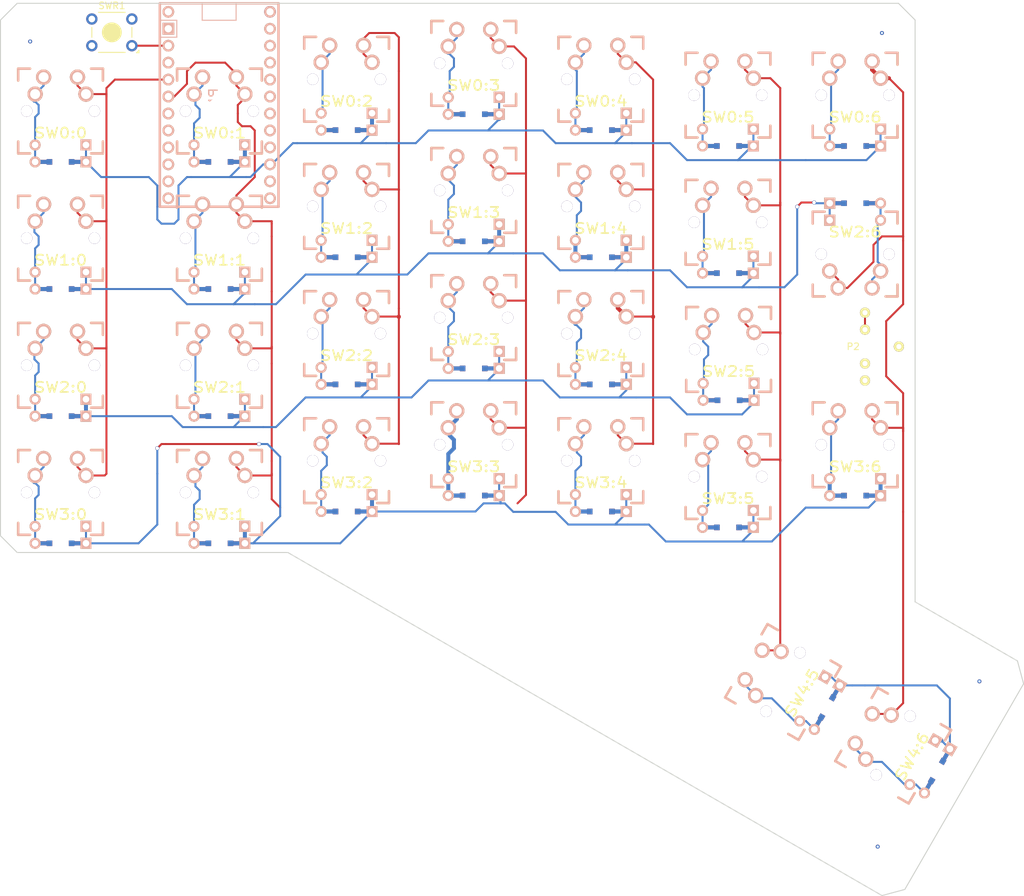
<source format=kicad_pcb>
(kicad_pcb (version 4) (host pcbnew 4.0.2-4+6225~38~ubuntu14.04.1-stable)
  (layers (0 F.Cu signal) (31 B.Cu signal) (34 B.Paste user) (35 F.Paste user) (36 B.SilkS user) (37 F.SilkS user) (38 B.Mask user) (39 F.Mask user) (44 Edge.Cuts user))
  (net 0 "")
  (net 1 GND)
  (net 2 VCC)
  (net 3 /SER)
  (net 4 /ROW4)
  (net 5 /ROW3)
  (net 6 /ROW2)
  (net 7 /COL5)
  (net 8 /ROW1)
  (net 9 /ROW0)
  (net 10 /COL4)
  (net 11 /COL6)
  (net 12 /COL3)
  (net 13 /COL2)
  (net 14 /COL1)
  (net 15 /COL0)
  (net 16 "Net-(SW0:0-Pad2)")
  (net 17 "Net-(SW0:1-Pad2)")
  (net 18 "Net-(SW0:2-Pad2)")
  (net 19 "Net-(SW0:3-Pad2)")
  (net 20 "Net-(SW0:4-Pad2)")
  (net 21 "Net-(SW0:5-Pad2)")
  (net 22 "Net-(SW0:6-Pad2)")
  (net 23 "Net-(SW1:0-Pad2)")
  (net 24 "Net-(SW1:1-Pad2)")
  (net 25 "Net-(SW1:2-Pad2)")
  (net 26 "Net-(SW1:3-Pad2)")
  (net 27 "Net-(SW1:4-Pad2)")
  (net 28 "Net-(SW1:5-Pad2)")
  (net 29 "Net-(SW2:0-Pad2)")
  (net 30 "Net-(SW2:1-Pad2)")
  (net 31 "Net-(SW2:2-Pad2)")
  (net 32 "Net-(SW2:3-Pad2)")
  (net 33 "Net-(SW2:4-Pad2)")
  (net 34 "Net-(SW2:5-Pad2)")
  (net 35 "Net-(SW2:6-Pad2)")
  (net 36 "Net-(SW3:0-Pad2)")
  (net 37 "Net-(SW3:1-Pad2)")
  (net 38 "Net-(SW3:2-Pad2)")
  (net 39 "Net-(SW3:3-Pad2)")
  (net 40 "Net-(SW3:4-Pad2)")
  (net 41 "Net-(SW3:5-Pad2)")
  (net 42 "Net-(SW3:6-Pad2)")
  (net 43 "Net-(SW4:5-Pad2)")
  (net 44 "Net-(SW4:6-Pad2)")
  (net 45 /RST)
  (module Keyboards:MX_FLIP_DIODE (layer F.Cu) (at 117.259 101.695 60)
    (fp_text reference SW4:5 (at 0 3.302 60) (layer F.SilkS) (effects (font (size 1.524 1.778) (thickness 0.254))))
    (fp_text value "" (at 0 3.302 60) (layer B.SilkS) (effects (font (size 1.524 1.778) (thickness 0.254)) (justify mirror)))
    (fp_line (start -3.81 7.62) (end -1.6637 7.62) (layer B.Cu) (width 0.6096))
    (fp_line (start 1.6637 7.62) (end 3.81 7.62) (layer B.Cu) (width 0.6096))
    (fp_line (start -3.81 7.62) (end -1.6637 7.62) (layer F.Cu) (width 0.6096))
    (fp_line (start 1.6637 7.62) (end 3.81 7.62) (layer F.Cu) (width 0.6096))
    (pad 1 thru_hole circle (at 2.54 -5.08 60) (size 2.286 2.286) (drill 1.4986) (layers *.Cu *.SilkS *.Mask) (net 7 /COL5))
    (pad 2 thru_hole circle (at -3.81 -2.54 60) (size 2.286 2.286) (drill 1.4986) (layers *.Cu *.SilkS *.Mask) (net 43 "Net-(SW4:5-Pad2)"))
    (pad 0 np_thru_hole circle (at 0 0 60) (size 3.9878 3.9878) (drill 3.9878) (layers *.Cu))
    (pad 0 thru_hole circle (at -5.08 0 60) (size 1.7018 1.7018) (drill 1.7018) (layers *.Cu))
    (pad 0 thru_hole circle (at 5.08 0 60) (size 1.7018 1.7018) (drill 1.7018) (layers *.Cu))
    (pad 1 thru_hole circle (at 3.81 -2.54 60) (size 2.286 2.286) (drill 1.4986) (layers *.Cu *.SilkS *.Mask) (net 7 /COL5))
    (pad 2 thru_hole circle (at -2.54 -5.08 60) (size 2.286 2.286) (drill 1.4986) (layers *.Cu *.SilkS *.Mask) (net 43 "Net-(SW4:5-Pad2)"))
    (pad 3 thru_hole circle (at -3.81 5.08 60) (size 1.651 1.651) (drill 0.9906) (layers *.Cu *.SilkS *.Mask) (net 43 "Net-(SW4:5-Pad2)"))
    (pad 4 thru_hole rect (at 3.81 5.08 60) (size 1.651 1.651) (drill 0.9906) (layers *.Cu *.SilkS *.Mask) (net 4 /ROW4))
    (pad 3 thru_hole circle (at -3.81 7.62 60) (size 1.651 1.651) (drill 0.9906) (layers *.Cu *.SilkS *.Mask) (net 43 "Net-(SW4:5-Pad2)"))
    (pad 4 thru_hole rect (at 3.81 7.62 60) (size 1.651 1.651) (drill 0.9906) (layers *.Cu *.SilkS *.Mask) (net 4 /ROW4))
    (pad 99 smd rect (at -1.6637 7.62 60) (size 0.8382 0.8382) (layers F.Cu F.Paste F.Mask))
    (pad 99 smd rect (at -1.6637 7.62 60) (size 0.8382 0.8382) (layers B.Cu B.Paste B.Mask))
    (pad 99 smd rect (at 1.6637 7.62 60) (size 0.8382 0.8382) (layers F.Cu F.Paste F.Mask))
    (pad 99 smd rect (at 1.6637 7.62 60) (size 0.8382 0.8382) (layers B.Cu B.Paste B.Mask))
  )
  (module Keyboards:PROMICRO (layer B.Cu) (at 32.766 15.24 270)
    (fp_text reference PM1 (at -0.232426 0.867426 270) (layer B.SilkS) (effects (font (size 1.27 1.524) (thickness 0.2032)) (justify mirror)))
    (fp_text value PROMICRO hide)
    (pad 1 thru_hole circle (at -11.43 -7.62 270) (size 1.7526 1.7526) (drill 1.0922) (layers *.Cu *.SilkS *.Mask))
    (pad 2 thru_hole circle (at -8.89 -7.62 270) (size 1.7526 1.7526) (drill 1.0922) (layers *.Cu *.SilkS *.Mask) (net 1 GND))
    (pad 3 thru_hole circle (at -6.35 -7.62 270) (size 1.7526 1.7526) (drill 1.0922) (layers *.Cu *.SilkS *.Mask) (net 1 GND))
    (pad 4 thru_hole circle (at -3.81 -7.62 270) (size 1.7526 1.7526) (drill 1.0922) (layers *.Cu *.SilkS *.Mask))
    (pad 5 thru_hole circle (at -1.27 -7.62 270) (size 1.7526 1.7526) (drill 1.0922) (layers *.Cu *.SilkS *.Mask) (net 3 /SER))
    (pad 6 thru_hole circle (at 1.27 -7.62 270) (size 1.7526 1.7526) (drill 1.0922) (layers *.Cu *.SilkS *.Mask) (net 5 /ROW3))
    (pad 7 thru_hole circle (at 3.81 -7.62 270) (size 1.7526 1.7526) (drill 1.0922) (layers *.Cu *.SilkS *.Mask) (net 6 /ROW2))
    (pad 8 thru_hole circle (at 6.35 -7.62 270) (size 1.7526 1.7526) (drill 1.0922) (layers *.Cu *.SilkS *.Mask) (net 8 /ROW1))
    (pad 9 thru_hole circle (at 8.89 -7.62 270) (size 1.7526 1.7526) (drill 1.0922) (layers *.Cu *.SilkS *.Mask) (net 9 /ROW0))
    (pad 10 thru_hole circle (at 11.43 -7.62 270) (size 1.7526 1.7526) (drill 1.0922) (layers *.Cu *.SilkS *.Mask) (net 4 /ROW4))
    (pad 11 thru_hole circle (at 13.97 -7.62 270) (size 1.7526 1.7526) (drill 1.0922) (layers *.Cu *.SilkS *.Mask) (net 7 /COL5))
    (pad 23 thru_hole circle (at 13.97 7.62 270) (size 1.7526 1.7526) (drill 1.0922) (layers *.Cu *.SilkS *.Mask) (net 11 /COL6))
    (pad 22 thru_hole circle (at 11.43 7.62 270) (size 1.7526 1.7526) (drill 1.0922) (layers *.Cu *.SilkS *.Mask))
    (pad 21 thru_hole circle (at 8.89 7.62 270) (size 1.7526 1.7526) (drill 1.0922) (layers *.Cu *.SilkS *.Mask) (net 10 /COL4))
    (pad 20 thru_hole circle (at 6.35 7.62 270) (size 1.7526 1.7526) (drill 1.0922) (layers *.Cu *.SilkS *.Mask) (net 12 /COL3))
    (pad 19 thru_hole circle (at 3.81 7.62 270) (size 1.7526 1.7526) (drill 1.0922) (layers *.Cu *.SilkS *.Mask))
    (pad 18 thru_hole circle (at 1.27 7.62 270) (size 1.7526 1.7526) (drill 1.0922) (layers *.Cu *.SilkS *.Mask) (net 13 /COL2))
    (pad 17 thru_hole circle (at -1.27 7.62 270) (size 1.7526 1.7526) (drill 1.0922) (layers *.Cu *.SilkS *.Mask) (net 14 /COL1))
    (pad 16 thru_hole circle (at -3.81 7.62 270) (size 1.7526 1.7526) (drill 1.0922) (layers *.Cu *.SilkS *.Mask) (net 15 /COL0))
    (pad 15 thru_hole circle (at -6.35 7.62 270) (size 1.7526 1.7526) (drill 1.0922) (layers *.Cu *.SilkS *.Mask) (net 2 VCC))
    (pad 14 thru_hole circle (at -8.89 7.62 270) (size 1.7526 1.7526) (drill 1.0922) (layers *.Cu *.SilkS *.Mask) (net 45 /RST))
    (pad 13 thru_hole rect (at -11.43 7.62 270) (size 1.7526 1.7526) (drill 1.0922) (layers *.Cu *.SilkS *.Mask) (net 1 GND))
    (pad 12 thru_hole circle (at -13.97 7.62 270) (size 1.7526 1.7526) (drill 1.0922) (layers *.Cu *.SilkS *.Mask))
    (pad 0 thru_hole circle (at -13.97 -7.62 270) (size 1.7526 1.7526) (drill 1.092) (layers *.Cu *.Mask B.SilkS))
  )
  (module Keyboards:MX_FLIP_DIODE (layer F.Cu) (at 8.998 16.141)
    (fp_text reference SW0:0 (at 0 3.302) (layer F.SilkS) (effects (font (size 1.524 1.778) (thickness 0.254))))
    (fp_text value "" (at 0 3.302) (layer B.SilkS) (effects (font (size 1.524 1.778) (thickness 0.254)) (justify mirror)))
    (fp_line (start -3.81 7.62) (end -1.6637 7.62) (layer B.Cu) (width 0.6096))
    (fp_line (start 1.6637 7.62) (end 3.81 7.62) (layer B.Cu) (width 0.6096))
    (fp_line (start -3.81 7.62) (end -1.6637 7.62) (layer F.Cu) (width 0.6096))
    (fp_line (start 1.6637 7.62) (end 3.81 7.62) (layer F.Cu) (width 0.6096))
    (pad 1 thru_hole circle (at 2.54 -5.08) (size 2.286 2.286) (drill 1.4986) (layers *.Cu *.SilkS *.Mask) (net 15 /COL0))
    (pad 2 thru_hole circle (at -3.81 -2.54) (size 2.286 2.286) (drill 1.4986) (layers *.Cu *.SilkS *.Mask) (net 16 "Net-(SW0:0-Pad2)"))
    (pad 0 np_thru_hole circle (at 0 0) (size 3.9878 3.9878) (drill 3.9878) (layers *.Cu))
    (pad 0 thru_hole circle (at -5.08 0) (size 1.7018 1.7018) (drill 1.7018) (layers *.Cu))
    (pad 0 thru_hole circle (at 5.08 0) (size 1.7018 1.7018) (drill 1.7018) (layers *.Cu))
    (pad 1 thru_hole circle (at 3.81 -2.54) (size 2.286 2.286) (drill 1.4986) (layers *.Cu *.SilkS *.Mask) (net 15 /COL0))
    (pad 2 thru_hole circle (at -2.54 -5.08) (size 2.286 2.286) (drill 1.4986) (layers *.Cu *.SilkS *.Mask) (net 16 "Net-(SW0:0-Pad2)"))
    (pad 3 thru_hole circle (at -3.81 5.08) (size 1.651 1.651) (drill 0.9906) (layers *.Cu *.SilkS *.Mask) (net 16 "Net-(SW0:0-Pad2)"))
    (pad 4 thru_hole rect (at 3.81 5.08) (size 1.651 1.651) (drill 0.9906) (layers *.Cu *.SilkS *.Mask) (net 9 /ROW0))
    (pad 3 thru_hole circle (at -3.81 7.62) (size 1.651 1.651) (drill 0.9906) (layers *.Cu *.SilkS *.Mask) (net 16 "Net-(SW0:0-Pad2)"))
    (pad 4 thru_hole rect (at 3.81 7.62) (size 1.651 1.651) (drill 0.9906) (layers *.Cu *.SilkS *.Mask) (net 9 /ROW0))
    (pad 99 smd rect (at -1.6637 7.62) (size 0.8382 0.8382) (layers F.Cu F.Paste F.Mask))
    (pad 99 smd rect (at -1.6637 7.62) (size 0.8382 0.8382) (layers B.Cu B.Paste B.Mask))
    (pad 99 smd rect (at 1.6637 7.62) (size 0.8382 0.8382) (layers F.Cu F.Paste F.Mask))
    (pad 99 smd rect (at 1.6637 7.62) (size 0.8382 0.8382) (layers B.Cu B.Paste B.Mask))
  )
  (module Keyboards:MX_FLIP_DIODE (layer F.Cu) (at 32.81 16.14)
    (fp_text reference SW0:1 (at 0 3.302) (layer F.SilkS) (effects (font (size 1.524 1.778) (thickness 0.254))))
    (fp_text value "" (at 0 3.302) (layer B.SilkS) (effects (font (size 1.524 1.778) (thickness 0.254)) (justify mirror)))
    (fp_line (start -3.81 7.62) (end -1.6637 7.62) (layer B.Cu) (width 0.6096))
    (fp_line (start 1.6637 7.62) (end 3.81 7.62) (layer B.Cu) (width 0.6096))
    (fp_line (start -3.81 7.62) (end -1.6637 7.62) (layer F.Cu) (width 0.6096))
    (fp_line (start 1.6637 7.62) (end 3.81 7.62) (layer F.Cu) (width 0.6096))
    (pad 1 thru_hole circle (at 2.54 -5.08) (size 2.286 2.286) (drill 1.4986) (layers *.Cu *.SilkS *.Mask) (net 14 /COL1))
    (pad 2 thru_hole circle (at -3.81 -2.54) (size 2.286 2.286) (drill 1.4986) (layers *.Cu *.SilkS *.Mask) (net 17 "Net-(SW0:1-Pad2)"))
    (pad 0 np_thru_hole circle (at 0 0) (size 3.9878 3.9878) (drill 3.9878) (layers *.Cu))
    (pad 0 thru_hole circle (at -5.08 0) (size 1.7018 1.7018) (drill 1.7018) (layers *.Cu))
    (pad 0 thru_hole circle (at 5.08 0) (size 1.7018 1.7018) (drill 1.7018) (layers *.Cu))
    (pad 1 thru_hole circle (at 3.81 -2.54) (size 2.286 2.286) (drill 1.4986) (layers *.Cu *.SilkS *.Mask) (net 14 /COL1))
    (pad 2 thru_hole circle (at -2.54 -5.08) (size 2.286 2.286) (drill 1.4986) (layers *.Cu *.SilkS *.Mask) (net 17 "Net-(SW0:1-Pad2)"))
    (pad 3 thru_hole circle (at -3.81 5.08) (size 1.651 1.651) (drill 0.9906) (layers *.Cu *.SilkS *.Mask) (net 17 "Net-(SW0:1-Pad2)"))
    (pad 4 thru_hole rect (at 3.81 5.08) (size 1.651 1.651) (drill 0.9906) (layers *.Cu *.SilkS *.Mask) (net 9 /ROW0))
    (pad 3 thru_hole circle (at -3.81 7.62) (size 1.651 1.651) (drill 0.9906) (layers *.Cu *.SilkS *.Mask) (net 17 "Net-(SW0:1-Pad2)"))
    (pad 4 thru_hole rect (at 3.81 7.62) (size 1.651 1.651) (drill 0.9906) (layers *.Cu *.SilkS *.Mask) (net 9 /ROW0))
    (pad 99 smd rect (at -1.6637 7.62) (size 0.8382 0.8382) (layers F.Cu F.Paste F.Mask))
    (pad 99 smd rect (at -1.6637 7.62) (size 0.8382 0.8382) (layers B.Cu B.Paste B.Mask))
    (pad 99 smd rect (at 1.6637 7.62) (size 0.8382 0.8382) (layers F.Cu F.Paste F.Mask))
    (pad 99 smd rect (at 1.6637 7.62) (size 0.8382 0.8382) (layers B.Cu B.Paste B.Mask))
  )
  (module Keyboards:MX_FLIP_DIODE (layer F.Cu) (at 51.86 11.379)
    (fp_text reference SW0:2 (at 0 3.302) (layer F.SilkS) (effects (font (size 1.524 1.778) (thickness 0.254))))
    (fp_text value "" (at 0 3.302) (layer B.SilkS) (effects (font (size 1.524 1.778) (thickness 0.254)) (justify mirror)))
    (fp_line (start -3.81 7.62) (end -1.6637 7.62) (layer B.Cu) (width 0.6096))
    (fp_line (start 1.6637 7.62) (end 3.81 7.62) (layer B.Cu) (width 0.6096))
    (fp_line (start -3.81 7.62) (end -1.6637 7.62) (layer F.Cu) (width 0.6096))
    (fp_line (start 1.6637 7.62) (end 3.81 7.62) (layer F.Cu) (width 0.6096))
    (pad 1 thru_hole circle (at 2.54 -5.08) (size 2.286 2.286) (drill 1.4986) (layers *.Cu *.SilkS *.Mask) (net 13 /COL2))
    (pad 2 thru_hole circle (at -3.81 -2.54) (size 2.286 2.286) (drill 1.4986) (layers *.Cu *.SilkS *.Mask) (net 18 "Net-(SW0:2-Pad2)"))
    (pad 0 np_thru_hole circle (at 0 0) (size 3.9878 3.9878) (drill 3.9878) (layers *.Cu))
    (pad 0 thru_hole circle (at -5.08 0) (size 1.7018 1.7018) (drill 1.7018) (layers *.Cu))
    (pad 0 thru_hole circle (at 5.08 0) (size 1.7018 1.7018) (drill 1.7018) (layers *.Cu))
    (pad 1 thru_hole circle (at 3.81 -2.54) (size 2.286 2.286) (drill 1.4986) (layers *.Cu *.SilkS *.Mask) (net 13 /COL2))
    (pad 2 thru_hole circle (at -2.54 -5.08) (size 2.286 2.286) (drill 1.4986) (layers *.Cu *.SilkS *.Mask) (net 18 "Net-(SW0:2-Pad2)"))
    (pad 3 thru_hole circle (at -3.81 5.08) (size 1.651 1.651) (drill 0.9906) (layers *.Cu *.SilkS *.Mask) (net 18 "Net-(SW0:2-Pad2)"))
    (pad 4 thru_hole rect (at 3.81 5.08) (size 1.651 1.651) (drill 0.9906) (layers *.Cu *.SilkS *.Mask) (net 9 /ROW0))
    (pad 3 thru_hole circle (at -3.81 7.62) (size 1.651 1.651) (drill 0.9906) (layers *.Cu *.SilkS *.Mask) (net 18 "Net-(SW0:2-Pad2)"))
    (pad 4 thru_hole rect (at 3.81 7.62) (size 1.651 1.651) (drill 0.9906) (layers *.Cu *.SilkS *.Mask) (net 9 /ROW0))
    (pad 99 smd rect (at -1.6637 7.62) (size 0.8382 0.8382) (layers F.Cu F.Paste F.Mask))
    (pad 99 smd rect (at -1.6637 7.62) (size 0.8382 0.8382) (layers B.Cu B.Paste B.Mask))
    (pad 99 smd rect (at 1.6637 7.62) (size 0.8382 0.8382) (layers F.Cu F.Paste F.Mask))
    (pad 99 smd rect (at 1.6637 7.62) (size 0.8382 0.8382) (layers B.Cu B.Paste B.Mask))
  )
  (module Keyboards:MX_FLIP_DIODE (layer F.Cu) (at 70.91 8.998)
    (fp_text reference SW0:3 (at 0 3.302) (layer F.SilkS) (effects (font (size 1.524 1.778) (thickness 0.254))))
    (fp_text value "" (at 0 3.302) (layer B.SilkS) (effects (font (size 1.524 1.778) (thickness 0.254)) (justify mirror)))
    (fp_line (start -3.81 7.62) (end -1.6637 7.62) (layer B.Cu) (width 0.6096))
    (fp_line (start 1.6637 7.62) (end 3.81 7.62) (layer B.Cu) (width 0.6096))
    (fp_line (start -3.81 7.62) (end -1.6637 7.62) (layer F.Cu) (width 0.6096))
    (fp_line (start 1.6637 7.62) (end 3.81 7.62) (layer F.Cu) (width 0.6096))
    (pad 1 thru_hole circle (at 2.54 -5.08) (size 2.286 2.286) (drill 1.4986) (layers *.Cu *.SilkS *.Mask) (net 12 /COL3))
    (pad 2 thru_hole circle (at -3.81 -2.54) (size 2.286 2.286) (drill 1.4986) (layers *.Cu *.SilkS *.Mask) (net 19 "Net-(SW0:3-Pad2)"))
    (pad 0 np_thru_hole circle (at 0 0) (size 3.9878 3.9878) (drill 3.9878) (layers *.Cu))
    (pad 0 thru_hole circle (at -5.08 0) (size 1.7018 1.7018) (drill 1.7018) (layers *.Cu))
    (pad 0 thru_hole circle (at 5.08 0) (size 1.7018 1.7018) (drill 1.7018) (layers *.Cu))
    (pad 1 thru_hole circle (at 3.81 -2.54) (size 2.286 2.286) (drill 1.4986) (layers *.Cu *.SilkS *.Mask) (net 12 /COL3))
    (pad 2 thru_hole circle (at -2.54 -5.08) (size 2.286 2.286) (drill 1.4986) (layers *.Cu *.SilkS *.Mask) (net 19 "Net-(SW0:3-Pad2)"))
    (pad 3 thru_hole circle (at -3.81 5.08) (size 1.651 1.651) (drill 0.9906) (layers *.Cu *.SilkS *.Mask) (net 19 "Net-(SW0:3-Pad2)"))
    (pad 4 thru_hole rect (at 3.81 5.08) (size 1.651 1.651) (drill 0.9906) (layers *.Cu *.SilkS *.Mask) (net 9 /ROW0))
    (pad 3 thru_hole circle (at -3.81 7.62) (size 1.651 1.651) (drill 0.9906) (layers *.Cu *.SilkS *.Mask) (net 19 "Net-(SW0:3-Pad2)"))
    (pad 4 thru_hole rect (at 3.81 7.62) (size 1.651 1.651) (drill 0.9906) (layers *.Cu *.SilkS *.Mask) (net 9 /ROW0))
    (pad 99 smd rect (at -1.6637 7.62) (size 0.8382 0.8382) (layers F.Cu F.Paste F.Mask))
    (pad 99 smd rect (at -1.6637 7.62) (size 0.8382 0.8382) (layers B.Cu B.Paste B.Mask))
    (pad 99 smd rect (at 1.6637 7.62) (size 0.8382 0.8382) (layers F.Cu F.Paste F.Mask))
    (pad 99 smd rect (at 1.6637 7.62) (size 0.8382 0.8382) (layers B.Cu B.Paste B.Mask))
  )
  (module Keyboards:MX_FLIP_DIODE (layer F.Cu) (at 89.96 11.379)
    (fp_text reference SW0:4 (at 0 3.302) (layer F.SilkS) (effects (font (size 1.524 1.778) (thickness 0.254))))
    (fp_text value "" (at 0 3.302) (layer B.SilkS) (effects (font (size 1.524 1.778) (thickness 0.254)) (justify mirror)))
    (fp_line (start -3.81 7.62) (end -1.6637 7.62) (layer B.Cu) (width 0.6096))
    (fp_line (start 1.6637 7.62) (end 3.81 7.62) (layer B.Cu) (width 0.6096))
    (fp_line (start -3.81 7.62) (end -1.6637 7.62) (layer F.Cu) (width 0.6096))
    (fp_line (start 1.6637 7.62) (end 3.81 7.62) (layer F.Cu) (width 0.6096))
    (pad 1 thru_hole circle (at 2.54 -5.08) (size 2.286 2.286) (drill 1.4986) (layers *.Cu *.SilkS *.Mask) (net 10 /COL4))
    (pad 2 thru_hole circle (at -3.81 -2.54) (size 2.286 2.286) (drill 1.4986) (layers *.Cu *.SilkS *.Mask) (net 20 "Net-(SW0:4-Pad2)"))
    (pad 0 np_thru_hole circle (at 0 0) (size 3.9878 3.9878) (drill 3.9878) (layers *.Cu))
    (pad 0 thru_hole circle (at -5.08 0) (size 1.7018 1.7018) (drill 1.7018) (layers *.Cu))
    (pad 0 thru_hole circle (at 5.08 0) (size 1.7018 1.7018) (drill 1.7018) (layers *.Cu))
    (pad 1 thru_hole circle (at 3.81 -2.54) (size 2.286 2.286) (drill 1.4986) (layers *.Cu *.SilkS *.Mask) (net 10 /COL4))
    (pad 2 thru_hole circle (at -2.54 -5.08) (size 2.286 2.286) (drill 1.4986) (layers *.Cu *.SilkS *.Mask) (net 20 "Net-(SW0:4-Pad2)"))
    (pad 3 thru_hole circle (at -3.81 5.08) (size 1.651 1.651) (drill 0.9906) (layers *.Cu *.SilkS *.Mask) (net 20 "Net-(SW0:4-Pad2)"))
    (pad 4 thru_hole rect (at 3.81 5.08) (size 1.651 1.651) (drill 0.9906) (layers *.Cu *.SilkS *.Mask) (net 9 /ROW0))
    (pad 3 thru_hole circle (at -3.81 7.62) (size 1.651 1.651) (drill 0.9906) (layers *.Cu *.SilkS *.Mask) (net 20 "Net-(SW0:4-Pad2)"))
    (pad 4 thru_hole rect (at 3.81 7.62) (size 1.651 1.651) (drill 0.9906) (layers *.Cu *.SilkS *.Mask) (net 9 /ROW0))
    (pad 99 smd rect (at -1.6637 7.62) (size 0.8382 0.8382) (layers F.Cu F.Paste F.Mask))
    (pad 99 smd rect (at -1.6637 7.62) (size 0.8382 0.8382) (layers B.Cu B.Paste B.Mask))
    (pad 99 smd rect (at 1.6637 7.62) (size 0.8382 0.8382) (layers F.Cu F.Paste F.Mask))
    (pad 99 smd rect (at 1.6637 7.62) (size 0.8382 0.8382) (layers B.Cu B.Paste B.Mask))
  )
  (module Keyboards:MX_FLIP_DIODE (layer F.Cu) (at 109.01 13.76)
    (fp_text reference SW0:5 (at 0 3.302) (layer F.SilkS) (effects (font (size 1.524 1.778) (thickness 0.254))))
    (fp_text value "" (at 0 3.302) (layer B.SilkS) (effects (font (size 1.524 1.778) (thickness 0.254)) (justify mirror)))
    (fp_line (start -3.81 7.62) (end -1.6637 7.62) (layer B.Cu) (width 0.6096))
    (fp_line (start 1.6637 7.62) (end 3.81 7.62) (layer B.Cu) (width 0.6096))
    (fp_line (start -3.81 7.62) (end -1.6637 7.62) (layer F.Cu) (width 0.6096))
    (fp_line (start 1.6637 7.62) (end 3.81 7.62) (layer F.Cu) (width 0.6096))
    (pad 1 thru_hole circle (at 2.54 -5.08) (size 2.286 2.286) (drill 1.4986) (layers *.Cu *.SilkS *.Mask) (net 7 /COL5))
    (pad 2 thru_hole circle (at -3.81 -2.54) (size 2.286 2.286) (drill 1.4986) (layers *.Cu *.SilkS *.Mask) (net 21 "Net-(SW0:5-Pad2)"))
    (pad 0 np_thru_hole circle (at 0 0) (size 3.9878 3.9878) (drill 3.9878) (layers *.Cu))
    (pad 0 thru_hole circle (at -5.08 0) (size 1.7018 1.7018) (drill 1.7018) (layers *.Cu))
    (pad 0 thru_hole circle (at 5.08 0) (size 1.7018 1.7018) (drill 1.7018) (layers *.Cu))
    (pad 1 thru_hole circle (at 3.81 -2.54) (size 2.286 2.286) (drill 1.4986) (layers *.Cu *.SilkS *.Mask) (net 7 /COL5))
    (pad 2 thru_hole circle (at -2.54 -5.08) (size 2.286 2.286) (drill 1.4986) (layers *.Cu *.SilkS *.Mask) (net 21 "Net-(SW0:5-Pad2)"))
    (pad 3 thru_hole circle (at -3.81 5.08) (size 1.651 1.651) (drill 0.9906) (layers *.Cu *.SilkS *.Mask) (net 21 "Net-(SW0:5-Pad2)"))
    (pad 4 thru_hole rect (at 3.81 5.08) (size 1.651 1.651) (drill 0.9906) (layers *.Cu *.SilkS *.Mask) (net 9 /ROW0))
    (pad 3 thru_hole circle (at -3.81 7.62) (size 1.651 1.651) (drill 0.9906) (layers *.Cu *.SilkS *.Mask) (net 21 "Net-(SW0:5-Pad2)"))
    (pad 4 thru_hole rect (at 3.81 7.62) (size 1.651 1.651) (drill 0.9906) (layers *.Cu *.SilkS *.Mask) (net 9 /ROW0))
    (pad 99 smd rect (at -1.6637 7.62) (size 0.8382 0.8382) (layers F.Cu F.Paste F.Mask))
    (pad 99 smd rect (at -1.6637 7.62) (size 0.8382 0.8382) (layers B.Cu B.Paste B.Mask))
    (pad 99 smd rect (at 1.6637 7.62) (size 0.8382 0.8382) (layers F.Cu F.Paste F.Mask))
    (pad 99 smd rect (at 1.6637 7.62) (size 0.8382 0.8382) (layers B.Cu B.Paste B.Mask))
  )
  (module Keyboards:MX_FLIP_DIODE (layer F.Cu) (at 128.06 13.76)
    (fp_text reference SW0:6 (at 0 3.302) (layer F.SilkS) (effects (font (size 1.524 1.778) (thickness 0.254))))
    (fp_text value "" (at 0 3.302) (layer B.SilkS) (effects (font (size 1.524 1.778) (thickness 0.254)) (justify mirror)))
    (fp_line (start -3.81 7.62) (end -1.6637 7.62) (layer B.Cu) (width 0.6096))
    (fp_line (start 1.6637 7.62) (end 3.81 7.62) (layer B.Cu) (width 0.6096))
    (fp_line (start -3.81 7.62) (end -1.6637 7.62) (layer F.Cu) (width 0.6096))
    (fp_line (start 1.6637 7.62) (end 3.81 7.62) (layer F.Cu) (width 0.6096))
    (pad 1 thru_hole circle (at 2.54 -5.08) (size 2.286 2.286) (drill 1.4986) (layers *.Cu *.SilkS *.Mask) (net 11 /COL6))
    (pad 2 thru_hole circle (at -3.81 -2.54) (size 2.286 2.286) (drill 1.4986) (layers *.Cu *.SilkS *.Mask) (net 22 "Net-(SW0:6-Pad2)"))
    (pad 0 np_thru_hole circle (at 0 0) (size 3.9878 3.9878) (drill 3.9878) (layers *.Cu))
    (pad 0 thru_hole circle (at -5.08 0) (size 1.7018 1.7018) (drill 1.7018) (layers *.Cu))
    (pad 0 thru_hole circle (at 5.08 0) (size 1.7018 1.7018) (drill 1.7018) (layers *.Cu))
    (pad 1 thru_hole circle (at 3.81 -2.54) (size 2.286 2.286) (drill 1.4986) (layers *.Cu *.SilkS *.Mask) (net 11 /COL6))
    (pad 2 thru_hole circle (at -2.54 -5.08) (size 2.286 2.286) (drill 1.4986) (layers *.Cu *.SilkS *.Mask) (net 22 "Net-(SW0:6-Pad2)"))
    (pad 3 thru_hole circle (at -3.81 5.08) (size 1.651 1.651) (drill 0.9906) (layers *.Cu *.SilkS *.Mask) (net 22 "Net-(SW0:6-Pad2)"))
    (pad 4 thru_hole rect (at 3.81 5.08) (size 1.651 1.651) (drill 0.9906) (layers *.Cu *.SilkS *.Mask) (net 9 /ROW0))
    (pad 3 thru_hole circle (at -3.81 7.62) (size 1.651 1.651) (drill 0.9906) (layers *.Cu *.SilkS *.Mask) (net 22 "Net-(SW0:6-Pad2)"))
    (pad 4 thru_hole rect (at 3.81 7.62) (size 1.651 1.651) (drill 0.9906) (layers *.Cu *.SilkS *.Mask) (net 9 /ROW0))
    (pad 99 smd rect (at -1.6637 7.62) (size 0.8382 0.8382) (layers F.Cu F.Paste F.Mask))
    (pad 99 smd rect (at -1.6637 7.62) (size 0.8382 0.8382) (layers B.Cu B.Paste B.Mask))
    (pad 99 smd rect (at 1.6637 7.62) (size 0.8382 0.8382) (layers F.Cu F.Paste F.Mask))
    (pad 99 smd rect (at 1.6637 7.62) (size 0.8382 0.8382) (layers B.Cu B.Paste B.Mask))
  )
  (module Keyboards:MX_FLIP_DIODE (layer F.Cu) (at 8.998 35.191)
    (fp_text reference SW1:0 (at 0 3.302) (layer F.SilkS) (effects (font (size 1.524 1.778) (thickness 0.254))))
    (fp_text value "" (at 0 3.302) (layer B.SilkS) (effects (font (size 1.524 1.778) (thickness 0.254)) (justify mirror)))
    (fp_line (start -3.81 7.62) (end -1.6637 7.62) (layer B.Cu) (width 0.6096))
    (fp_line (start 1.6637 7.62) (end 3.81 7.62) (layer B.Cu) (width 0.6096))
    (fp_line (start -3.81 7.62) (end -1.6637 7.62) (layer F.Cu) (width 0.6096))
    (fp_line (start 1.6637 7.62) (end 3.81 7.62) (layer F.Cu) (width 0.6096))
    (pad 1 thru_hole circle (at 2.54 -5.08) (size 2.286 2.286) (drill 1.4986) (layers *.Cu *.SilkS *.Mask) (net 15 /COL0))
    (pad 2 thru_hole circle (at -3.81 -2.54) (size 2.286 2.286) (drill 1.4986) (layers *.Cu *.SilkS *.Mask) (net 23 "Net-(SW1:0-Pad2)"))
    (pad 0 np_thru_hole circle (at 0 0) (size 3.9878 3.9878) (drill 3.9878) (layers *.Cu))
    (pad 0 thru_hole circle (at -5.08 0) (size 1.7018 1.7018) (drill 1.7018) (layers *.Cu))
    (pad 0 thru_hole circle (at 5.08 0) (size 1.7018 1.7018) (drill 1.7018) (layers *.Cu))
    (pad 1 thru_hole circle (at 3.81 -2.54) (size 2.286 2.286) (drill 1.4986) (layers *.Cu *.SilkS *.Mask) (net 15 /COL0))
    (pad 2 thru_hole circle (at -2.54 -5.08) (size 2.286 2.286) (drill 1.4986) (layers *.Cu *.SilkS *.Mask) (net 23 "Net-(SW1:0-Pad2)"))
    (pad 3 thru_hole circle (at -3.81 5.08) (size 1.651 1.651) (drill 0.9906) (layers *.Cu *.SilkS *.Mask) (net 23 "Net-(SW1:0-Pad2)"))
    (pad 4 thru_hole rect (at 3.81 5.08) (size 1.651 1.651) (drill 0.9906) (layers *.Cu *.SilkS *.Mask) (net 8 /ROW1))
    (pad 3 thru_hole circle (at -3.81 7.62) (size 1.651 1.651) (drill 0.9906) (layers *.Cu *.SilkS *.Mask) (net 23 "Net-(SW1:0-Pad2)"))
    (pad 4 thru_hole rect (at 3.81 7.62) (size 1.651 1.651) (drill 0.9906) (layers *.Cu *.SilkS *.Mask) (net 8 /ROW1))
    (pad 99 smd rect (at -1.6637 7.62) (size 0.8382 0.8382) (layers F.Cu F.Paste F.Mask))
    (pad 99 smd rect (at -1.6637 7.62) (size 0.8382 0.8382) (layers B.Cu B.Paste B.Mask))
    (pad 99 smd rect (at 1.6637 7.62) (size 0.8382 0.8382) (layers F.Cu F.Paste F.Mask))
    (pad 99 smd rect (at 1.6637 7.62) (size 0.8382 0.8382) (layers B.Cu B.Paste B.Mask))
  )
  (module Keyboards:MX_FLIP_DIODE (layer F.Cu) (at 32.81 35.191)
    (fp_text reference SW1:1 (at 0 3.302) (layer F.SilkS) (effects (font (size 1.524 1.778) (thickness 0.254))))
    (fp_text value "" (at 0 3.302) (layer B.SilkS) (effects (font (size 1.524 1.778) (thickness 0.254)) (justify mirror)))
    (fp_line (start -3.81 7.62) (end -1.6637 7.62) (layer B.Cu) (width 0.6096))
    (fp_line (start 1.6637 7.62) (end 3.81 7.62) (layer B.Cu) (width 0.6096))
    (fp_line (start -3.81 7.62) (end -1.6637 7.62) (layer F.Cu) (width 0.6096))
    (fp_line (start 1.6637 7.62) (end 3.81 7.62) (layer F.Cu) (width 0.6096))
    (pad 1 thru_hole circle (at 2.54 -5.08) (size 2.286 2.286) (drill 1.4986) (layers *.Cu *.SilkS *.Mask) (net 14 /COL1))
    (pad 2 thru_hole circle (at -3.81 -2.54) (size 2.286 2.286) (drill 1.4986) (layers *.Cu *.SilkS *.Mask) (net 24 "Net-(SW1:1-Pad2)"))
    (pad 0 np_thru_hole circle (at 0 0) (size 3.9878 3.9878) (drill 3.9878) (layers *.Cu))
    (pad 0 thru_hole circle (at -5.08 0) (size 1.7018 1.7018) (drill 1.7018) (layers *.Cu))
    (pad 0 thru_hole circle (at 5.08 0) (size 1.7018 1.7018) (drill 1.7018) (layers *.Cu))
    (pad 1 thru_hole circle (at 3.81 -2.54) (size 2.286 2.286) (drill 1.4986) (layers *.Cu *.SilkS *.Mask) (net 14 /COL1))
    (pad 2 thru_hole circle (at -2.54 -5.08) (size 2.286 2.286) (drill 1.4986) (layers *.Cu *.SilkS *.Mask) (net 24 "Net-(SW1:1-Pad2)"))
    (pad 3 thru_hole circle (at -3.81 5.08) (size 1.651 1.651) (drill 0.9906) (layers *.Cu *.SilkS *.Mask) (net 24 "Net-(SW1:1-Pad2)"))
    (pad 4 thru_hole rect (at 3.81 5.08) (size 1.651 1.651) (drill 0.9906) (layers *.Cu *.SilkS *.Mask) (net 8 /ROW1))
    (pad 3 thru_hole circle (at -3.81 7.62) (size 1.651 1.651) (drill 0.9906) (layers *.Cu *.SilkS *.Mask) (net 24 "Net-(SW1:1-Pad2)"))
    (pad 4 thru_hole rect (at 3.81 7.62) (size 1.651 1.651) (drill 0.9906) (layers *.Cu *.SilkS *.Mask) (net 8 /ROW1))
    (pad 99 smd rect (at -1.6637 7.62) (size 0.8382 0.8382) (layers F.Cu F.Paste F.Mask))
    (pad 99 smd rect (at -1.6637 7.62) (size 0.8382 0.8382) (layers B.Cu B.Paste B.Mask))
    (pad 99 smd rect (at 1.6637 7.62) (size 0.8382 0.8382) (layers F.Cu F.Paste F.Mask))
    (pad 99 smd rect (at 1.6637 7.62) (size 0.8382 0.8382) (layers B.Cu B.Paste B.Mask))
  )
  (module Keyboards:MX_FLIP_DIODE (layer F.Cu) (at 51.86 30.429)
    (fp_text reference SW1:2 (at 0 3.302) (layer F.SilkS) (effects (font (size 1.524 1.778) (thickness 0.254))))
    (fp_text value "" (at 0 3.302) (layer B.SilkS) (effects (font (size 1.524 1.778) (thickness 0.254)) (justify mirror)))
    (fp_line (start -3.81 7.62) (end -1.6637 7.62) (layer B.Cu) (width 0.6096))
    (fp_line (start 1.6637 7.62) (end 3.81 7.62) (layer B.Cu) (width 0.6096))
    (fp_line (start -3.81 7.62) (end -1.6637 7.62) (layer F.Cu) (width 0.6096))
    (fp_line (start 1.6637 7.62) (end 3.81 7.62) (layer F.Cu) (width 0.6096))
    (pad 1 thru_hole circle (at 2.54 -5.08) (size 2.286 2.286) (drill 1.4986) (layers *.Cu *.SilkS *.Mask) (net 13 /COL2))
    (pad 2 thru_hole circle (at -3.81 -2.54) (size 2.286 2.286) (drill 1.4986) (layers *.Cu *.SilkS *.Mask) (net 25 "Net-(SW1:2-Pad2)"))
    (pad 0 np_thru_hole circle (at 0 0) (size 3.9878 3.9878) (drill 3.9878) (layers *.Cu))
    (pad 0 thru_hole circle (at -5.08 0) (size 1.7018 1.7018) (drill 1.7018) (layers *.Cu))
    (pad 0 thru_hole circle (at 5.08 0) (size 1.7018 1.7018) (drill 1.7018) (layers *.Cu))
    (pad 1 thru_hole circle (at 3.81 -2.54) (size 2.286 2.286) (drill 1.4986) (layers *.Cu *.SilkS *.Mask) (net 13 /COL2))
    (pad 2 thru_hole circle (at -2.54 -5.08) (size 2.286 2.286) (drill 1.4986) (layers *.Cu *.SilkS *.Mask) (net 25 "Net-(SW1:2-Pad2)"))
    (pad 3 thru_hole circle (at -3.81 5.08) (size 1.651 1.651) (drill 0.9906) (layers *.Cu *.SilkS *.Mask) (net 25 "Net-(SW1:2-Pad2)"))
    (pad 4 thru_hole rect (at 3.81 5.08) (size 1.651 1.651) (drill 0.9906) (layers *.Cu *.SilkS *.Mask) (net 8 /ROW1))
    (pad 3 thru_hole circle (at -3.81 7.62) (size 1.651 1.651) (drill 0.9906) (layers *.Cu *.SilkS *.Mask) (net 25 "Net-(SW1:2-Pad2)"))
    (pad 4 thru_hole rect (at 3.81 7.62) (size 1.651 1.651) (drill 0.9906) (layers *.Cu *.SilkS *.Mask) (net 8 /ROW1))
    (pad 99 smd rect (at -1.6637 7.62) (size 0.8382 0.8382) (layers F.Cu F.Paste F.Mask))
    (pad 99 smd rect (at -1.6637 7.62) (size 0.8382 0.8382) (layers B.Cu B.Paste B.Mask))
    (pad 99 smd rect (at 1.6637 7.62) (size 0.8382 0.8382) (layers F.Cu F.Paste F.Mask))
    (pad 99 smd rect (at 1.6637 7.62) (size 0.8382 0.8382) (layers B.Cu B.Paste B.Mask))
  )
  (module Keyboards:MX_FLIP_DIODE (layer F.Cu) (at 70.91 28.038)
    (fp_text reference SW1:3 (at 0 3.302) (layer F.SilkS) (effects (font (size 1.524 1.778) (thickness 0.254))))
    (fp_text value "" (at 0 3.302) (layer B.SilkS) (effects (font (size 1.524 1.778) (thickness 0.254)) (justify mirror)))
    (fp_line (start -3.81 7.62) (end -1.6637 7.62) (layer B.Cu) (width 0.6096))
    (fp_line (start 1.6637 7.62) (end 3.81 7.62) (layer B.Cu) (width 0.6096))
    (fp_line (start -3.81 7.62) (end -1.6637 7.62) (layer F.Cu) (width 0.6096))
    (fp_line (start 1.6637 7.62) (end 3.81 7.62) (layer F.Cu) (width 0.6096))
    (pad 1 thru_hole circle (at 2.54 -5.08) (size 2.286 2.286) (drill 1.4986) (layers *.Cu *.SilkS *.Mask) (net 12 /COL3))
    (pad 2 thru_hole circle (at -3.81 -2.54) (size 2.286 2.286) (drill 1.4986) (layers *.Cu *.SilkS *.Mask) (net 26 "Net-(SW1:3-Pad2)"))
    (pad 0 np_thru_hole circle (at 0 0) (size 3.9878 3.9878) (drill 3.9878) (layers *.Cu))
    (pad 0 thru_hole circle (at -5.08 0) (size 1.7018 1.7018) (drill 1.7018) (layers *.Cu))
    (pad 0 thru_hole circle (at 5.08 0) (size 1.7018 1.7018) (drill 1.7018) (layers *.Cu))
    (pad 1 thru_hole circle (at 3.81 -2.54) (size 2.286 2.286) (drill 1.4986) (layers *.Cu *.SilkS *.Mask) (net 12 /COL3))
    (pad 2 thru_hole circle (at -2.54 -5.08) (size 2.286 2.286) (drill 1.4986) (layers *.Cu *.SilkS *.Mask) (net 26 "Net-(SW1:3-Pad2)"))
    (pad 3 thru_hole circle (at -3.81 5.08) (size 1.651 1.651) (drill 0.9906) (layers *.Cu *.SilkS *.Mask) (net 26 "Net-(SW1:3-Pad2)"))
    (pad 4 thru_hole rect (at 3.81 5.08) (size 1.651 1.651) (drill 0.9906) (layers *.Cu *.SilkS *.Mask) (net 8 /ROW1))
    (pad 3 thru_hole circle (at -3.81 7.62) (size 1.651 1.651) (drill 0.9906) (layers *.Cu *.SilkS *.Mask) (net 26 "Net-(SW1:3-Pad2)"))
    (pad 4 thru_hole rect (at 3.81 7.62) (size 1.651 1.651) (drill 0.9906) (layers *.Cu *.SilkS *.Mask) (net 8 /ROW1))
    (pad 99 smd rect (at -1.6637 7.62) (size 0.8382 0.8382) (layers F.Cu F.Paste F.Mask))
    (pad 99 smd rect (at -1.6637 7.62) (size 0.8382 0.8382) (layers B.Cu B.Paste B.Mask))
    (pad 99 smd rect (at 1.6637 7.62) (size 0.8382 0.8382) (layers F.Cu F.Paste F.Mask))
    (pad 99 smd rect (at 1.6637 7.62) (size 0.8382 0.8382) (layers B.Cu B.Paste B.Mask))
  )
  (module Keyboards:MX_FLIP_DIODE (layer F.Cu) (at 89.96 30.429)
    (fp_text reference SW1:4 (at 0 3.302) (layer F.SilkS) (effects (font (size 1.524 1.778) (thickness 0.254))))
    (fp_text value "" (at 0 3.302) (layer B.SilkS) (effects (font (size 1.524 1.778) (thickness 0.254)) (justify mirror)))
    (fp_line (start -3.81 7.62) (end -1.6637 7.62) (layer B.Cu) (width 0.6096))
    (fp_line (start 1.6637 7.62) (end 3.81 7.62) (layer B.Cu) (width 0.6096))
    (fp_line (start -3.81 7.62) (end -1.6637 7.62) (layer F.Cu) (width 0.6096))
    (fp_line (start 1.6637 7.62) (end 3.81 7.62) (layer F.Cu) (width 0.6096))
    (pad 1 thru_hole circle (at 2.54 -5.08) (size 2.286 2.286) (drill 1.4986) (layers *.Cu *.SilkS *.Mask) (net 10 /COL4))
    (pad 2 thru_hole circle (at -3.81 -2.54) (size 2.286 2.286) (drill 1.4986) (layers *.Cu *.SilkS *.Mask) (net 27 "Net-(SW1:4-Pad2)"))
    (pad 0 np_thru_hole circle (at 0 0) (size 3.9878 3.9878) (drill 3.9878) (layers *.Cu))
    (pad 0 thru_hole circle (at -5.08 0) (size 1.7018 1.7018) (drill 1.7018) (layers *.Cu))
    (pad 0 thru_hole circle (at 5.08 0) (size 1.7018 1.7018) (drill 1.7018) (layers *.Cu))
    (pad 1 thru_hole circle (at 3.81 -2.54) (size 2.286 2.286) (drill 1.4986) (layers *.Cu *.SilkS *.Mask) (net 10 /COL4))
    (pad 2 thru_hole circle (at -2.54 -5.08) (size 2.286 2.286) (drill 1.4986) (layers *.Cu *.SilkS *.Mask) (net 27 "Net-(SW1:4-Pad2)"))
    (pad 3 thru_hole circle (at -3.81 5.08) (size 1.651 1.651) (drill 0.9906) (layers *.Cu *.SilkS *.Mask) (net 27 "Net-(SW1:4-Pad2)"))
    (pad 4 thru_hole rect (at 3.81 5.08) (size 1.651 1.651) (drill 0.9906) (layers *.Cu *.SilkS *.Mask) (net 8 /ROW1))
    (pad 3 thru_hole circle (at -3.81 7.62) (size 1.651 1.651) (drill 0.9906) (layers *.Cu *.SilkS *.Mask) (net 27 "Net-(SW1:4-Pad2)"))
    (pad 4 thru_hole rect (at 3.81 7.62) (size 1.651 1.651) (drill 0.9906) (layers *.Cu *.SilkS *.Mask) (net 8 /ROW1))
    (pad 99 smd rect (at -1.6637 7.62) (size 0.8382 0.8382) (layers F.Cu F.Paste F.Mask))
    (pad 99 smd rect (at -1.6637 7.62) (size 0.8382 0.8382) (layers B.Cu B.Paste B.Mask))
    (pad 99 smd rect (at 1.6637 7.62) (size 0.8382 0.8382) (layers F.Cu F.Paste F.Mask))
    (pad 99 smd rect (at 1.6637 7.62) (size 0.8382 0.8382) (layers B.Cu B.Paste B.Mask))
  )
  (module Keyboards:MX_FLIP_DIODE (layer F.Cu) (at 109.01 32.81)
    (fp_text reference SW1:5 (at 0 3.302) (layer F.SilkS) (effects (font (size 1.524 1.778) (thickness 0.254))))
    (fp_text value "" (at 0 3.302) (layer B.SilkS) (effects (font (size 1.524 1.778) (thickness 0.254)) (justify mirror)))
    (fp_line (start -3.81 7.62) (end -1.6637 7.62) (layer B.Cu) (width 0.6096))
    (fp_line (start 1.6637 7.62) (end 3.81 7.62) (layer B.Cu) (width 0.6096))
    (fp_line (start -3.81 7.62) (end -1.6637 7.62) (layer F.Cu) (width 0.6096))
    (fp_line (start 1.6637 7.62) (end 3.81 7.62) (layer F.Cu) (width 0.6096))
    (pad 1 thru_hole circle (at 2.54 -5.08) (size 2.286 2.286) (drill 1.4986) (layers *.Cu *.SilkS *.Mask) (net 7 /COL5))
    (pad 2 thru_hole circle (at -3.81 -2.54) (size 2.286 2.286) (drill 1.4986) (layers *.Cu *.SilkS *.Mask) (net 28 "Net-(SW1:5-Pad2)"))
    (pad 0 np_thru_hole circle (at 0 0) (size 3.9878 3.9878) (drill 3.9878) (layers *.Cu))
    (pad 0 thru_hole circle (at -5.08 0) (size 1.7018 1.7018) (drill 1.7018) (layers *.Cu))
    (pad 0 thru_hole circle (at 5.08 0) (size 1.7018 1.7018) (drill 1.7018) (layers *.Cu))
    (pad 1 thru_hole circle (at 3.81 -2.54) (size 2.286 2.286) (drill 1.4986) (layers *.Cu *.SilkS *.Mask) (net 7 /COL5))
    (pad 2 thru_hole circle (at -2.54 -5.08) (size 2.286 2.286) (drill 1.4986) (layers *.Cu *.SilkS *.Mask) (net 28 "Net-(SW1:5-Pad2)"))
    (pad 3 thru_hole circle (at -3.81 5.08) (size 1.651 1.651) (drill 0.9906) (layers *.Cu *.SilkS *.Mask) (net 28 "Net-(SW1:5-Pad2)"))
    (pad 4 thru_hole rect (at 3.81 5.08) (size 1.651 1.651) (drill 0.9906) (layers *.Cu *.SilkS *.Mask) (net 8 /ROW1))
    (pad 3 thru_hole circle (at -3.81 7.62) (size 1.651 1.651) (drill 0.9906) (layers *.Cu *.SilkS *.Mask) (net 28 "Net-(SW1:5-Pad2)"))
    (pad 4 thru_hole rect (at 3.81 7.62) (size 1.651 1.651) (drill 0.9906) (layers *.Cu *.SilkS *.Mask) (net 8 /ROW1))
    (pad 99 smd rect (at -1.6637 7.62) (size 0.8382 0.8382) (layers F.Cu F.Paste F.Mask))
    (pad 99 smd rect (at -1.6637 7.62) (size 0.8382 0.8382) (layers B.Cu B.Paste B.Mask))
    (pad 99 smd rect (at 1.6637 7.62) (size 0.8382 0.8382) (layers F.Cu F.Paste F.Mask))
    (pad 99 smd rect (at 1.6637 7.62) (size 0.8382 0.8382) (layers B.Cu B.Paste B.Mask))
  )
  (module Keyboards:MX_FLIP_DIODE (layer F.Cu) (at 8.998 54.241)
    (fp_text reference SW2:0 (at 0 3.302) (layer F.SilkS) (effects (font (size 1.524 1.778) (thickness 0.254))))
    (fp_text value "" (at 0 3.302) (layer B.SilkS) (effects (font (size 1.524 1.778) (thickness 0.254)) (justify mirror)))
    (fp_line (start -3.81 7.62) (end -1.6637 7.62) (layer B.Cu) (width 0.6096))
    (fp_line (start 1.6637 7.62) (end 3.81 7.62) (layer B.Cu) (width 0.6096))
    (fp_line (start -3.81 7.62) (end -1.6637 7.62) (layer F.Cu) (width 0.6096))
    (fp_line (start 1.6637 7.62) (end 3.81 7.62) (layer F.Cu) (width 0.6096))
    (pad 1 thru_hole circle (at 2.54 -5.08) (size 2.286 2.286) (drill 1.4986) (layers *.Cu *.SilkS *.Mask) (net 15 /COL0))
    (pad 2 thru_hole circle (at -3.81 -2.54) (size 2.286 2.286) (drill 1.4986) (layers *.Cu *.SilkS *.Mask) (net 29 "Net-(SW2:0-Pad2)"))
    (pad 0 np_thru_hole circle (at 0 0) (size 3.9878 3.9878) (drill 3.9878) (layers *.Cu))
    (pad 0 thru_hole circle (at -5.08 0) (size 1.7018 1.7018) (drill 1.7018) (layers *.Cu))
    (pad 0 thru_hole circle (at 5.08 0) (size 1.7018 1.7018) (drill 1.7018) (layers *.Cu))
    (pad 1 thru_hole circle (at 3.81 -2.54) (size 2.286 2.286) (drill 1.4986) (layers *.Cu *.SilkS *.Mask) (net 15 /COL0))
    (pad 2 thru_hole circle (at -2.54 -5.08) (size 2.286 2.286) (drill 1.4986) (layers *.Cu *.SilkS *.Mask) (net 29 "Net-(SW2:0-Pad2)"))
    (pad 3 thru_hole circle (at -3.81 5.08) (size 1.651 1.651) (drill 0.9906) (layers *.Cu *.SilkS *.Mask) (net 29 "Net-(SW2:0-Pad2)"))
    (pad 4 thru_hole rect (at 3.81 5.08) (size 1.651 1.651) (drill 0.9906) (layers *.Cu *.SilkS *.Mask) (net 6 /ROW2))
    (pad 3 thru_hole circle (at -3.81 7.62) (size 1.651 1.651) (drill 0.9906) (layers *.Cu *.SilkS *.Mask) (net 29 "Net-(SW2:0-Pad2)"))
    (pad 4 thru_hole rect (at 3.81 7.62) (size 1.651 1.651) (drill 0.9906) (layers *.Cu *.SilkS *.Mask) (net 6 /ROW2))
    (pad 99 smd rect (at -1.6637 7.62) (size 0.8382 0.8382) (layers F.Cu F.Paste F.Mask))
    (pad 99 smd rect (at -1.6637 7.62) (size 0.8382 0.8382) (layers B.Cu B.Paste B.Mask))
    (pad 99 smd rect (at 1.6637 7.62) (size 0.8382 0.8382) (layers F.Cu F.Paste F.Mask))
    (pad 99 smd rect (at 1.6637 7.62) (size 0.8382 0.8382) (layers B.Cu B.Paste B.Mask))
  )
  (module Keyboards:MX_FLIP_DIODE (layer F.Cu) (at 32.81 54.241)
    (fp_text reference SW2:1 (at 0 3.302) (layer F.SilkS) (effects (font (size 1.524 1.778) (thickness 0.254))))
    (fp_text value "" (at 0 3.302) (layer B.SilkS) (effects (font (size 1.524 1.778) (thickness 0.254)) (justify mirror)))
    (fp_line (start -3.81 7.62) (end -1.6637 7.62) (layer B.Cu) (width 0.6096))
    (fp_line (start 1.6637 7.62) (end 3.81 7.62) (layer B.Cu) (width 0.6096))
    (fp_line (start -3.81 7.62) (end -1.6637 7.62) (layer F.Cu) (width 0.6096))
    (fp_line (start 1.6637 7.62) (end 3.81 7.62) (layer F.Cu) (width 0.6096))
    (pad 1 thru_hole circle (at 2.54 -5.08) (size 2.286 2.286) (drill 1.4986) (layers *.Cu *.SilkS *.Mask) (net 14 /COL1))
    (pad 2 thru_hole circle (at -3.81 -2.54) (size 2.286 2.286) (drill 1.4986) (layers *.Cu *.SilkS *.Mask) (net 30 "Net-(SW2:1-Pad2)"))
    (pad 0 np_thru_hole circle (at 0 0) (size 3.9878 3.9878) (drill 3.9878) (layers *.Cu))
    (pad 0 thru_hole circle (at -5.08 0) (size 1.7018 1.7018) (drill 1.7018) (layers *.Cu))
    (pad 0 thru_hole circle (at 5.08 0) (size 1.7018 1.7018) (drill 1.7018) (layers *.Cu))
    (pad 1 thru_hole circle (at 3.81 -2.54) (size 2.286 2.286) (drill 1.4986) (layers *.Cu *.SilkS *.Mask) (net 14 /COL1))
    (pad 2 thru_hole circle (at -2.54 -5.08) (size 2.286 2.286) (drill 1.4986) (layers *.Cu *.SilkS *.Mask) (net 30 "Net-(SW2:1-Pad2)"))
    (pad 3 thru_hole circle (at -3.81 5.08) (size 1.651 1.651) (drill 0.9906) (layers *.Cu *.SilkS *.Mask) (net 30 "Net-(SW2:1-Pad2)"))
    (pad 4 thru_hole rect (at 3.81 5.08) (size 1.651 1.651) (drill 0.9906) (layers *.Cu *.SilkS *.Mask) (net 6 /ROW2))
    (pad 3 thru_hole circle (at -3.81 7.62) (size 1.651 1.651) (drill 0.9906) (layers *.Cu *.SilkS *.Mask) (net 30 "Net-(SW2:1-Pad2)"))
    (pad 4 thru_hole rect (at 3.81 7.62) (size 1.651 1.651) (drill 0.9906) (layers *.Cu *.SilkS *.Mask) (net 6 /ROW2))
    (pad 99 smd rect (at -1.6637 7.62) (size 0.8382 0.8382) (layers F.Cu F.Paste F.Mask))
    (pad 99 smd rect (at -1.6637 7.62) (size 0.8382 0.8382) (layers B.Cu B.Paste B.Mask))
    (pad 99 smd rect (at 1.6637 7.62) (size 0.8382 0.8382) (layers F.Cu F.Paste F.Mask))
    (pad 99 smd rect (at 1.6637 7.62) (size 0.8382 0.8382) (layers B.Cu B.Paste B.Mask))
  )
  (module Keyboards:MX_FLIP_DIODE (layer F.Cu) (at 51.86 49.479)
    (fp_text reference SW2:2 (at 0 3.302) (layer F.SilkS) (effects (font (size 1.524 1.778) (thickness 0.254))))
    (fp_text value "" (at 0 3.302) (layer B.SilkS) (effects (font (size 1.524 1.778) (thickness 0.254)) (justify mirror)))
    (fp_line (start -3.81 7.62) (end -1.6637 7.62) (layer B.Cu) (width 0.6096))
    (fp_line (start 1.6637 7.62) (end 3.81 7.62) (layer B.Cu) (width 0.6096))
    (fp_line (start -3.81 7.62) (end -1.6637 7.62) (layer F.Cu) (width 0.6096))
    (fp_line (start 1.6637 7.62) (end 3.81 7.62) (layer F.Cu) (width 0.6096))
    (pad 1 thru_hole circle (at 2.54 -5.08) (size 2.286 2.286) (drill 1.4986) (layers *.Cu *.SilkS *.Mask) (net 13 /COL2))
    (pad 2 thru_hole circle (at -3.81 -2.54) (size 2.286 2.286) (drill 1.4986) (layers *.Cu *.SilkS *.Mask) (net 31 "Net-(SW2:2-Pad2)"))
    (pad 0 np_thru_hole circle (at 0 0) (size 3.9878 3.9878) (drill 3.9878) (layers *.Cu))
    (pad 0 thru_hole circle (at -5.08 0) (size 1.7018 1.7018) (drill 1.7018) (layers *.Cu))
    (pad 0 thru_hole circle (at 5.08 0) (size 1.7018 1.7018) (drill 1.7018) (layers *.Cu))
    (pad 1 thru_hole circle (at 3.81 -2.54) (size 2.286 2.286) (drill 1.4986) (layers *.Cu *.SilkS *.Mask) (net 13 /COL2))
    (pad 2 thru_hole circle (at -2.54 -5.08) (size 2.286 2.286) (drill 1.4986) (layers *.Cu *.SilkS *.Mask) (net 31 "Net-(SW2:2-Pad2)"))
    (pad 3 thru_hole circle (at -3.81 5.08) (size 1.651 1.651) (drill 0.9906) (layers *.Cu *.SilkS *.Mask) (net 31 "Net-(SW2:2-Pad2)"))
    (pad 4 thru_hole rect (at 3.81 5.08) (size 1.651 1.651) (drill 0.9906) (layers *.Cu *.SilkS *.Mask) (net 6 /ROW2))
    (pad 3 thru_hole circle (at -3.81 7.62) (size 1.651 1.651) (drill 0.9906) (layers *.Cu *.SilkS *.Mask) (net 31 "Net-(SW2:2-Pad2)"))
    (pad 4 thru_hole rect (at 3.81 7.62) (size 1.651 1.651) (drill 0.9906) (layers *.Cu *.SilkS *.Mask) (net 6 /ROW2))
    (pad 99 smd rect (at -1.6637 7.62) (size 0.8382 0.8382) (layers F.Cu F.Paste F.Mask))
    (pad 99 smd rect (at -1.6637 7.62) (size 0.8382 0.8382) (layers B.Cu B.Paste B.Mask))
    (pad 99 smd rect (at 1.6637 7.62) (size 0.8382 0.8382) (layers F.Cu F.Paste F.Mask))
    (pad 99 smd rect (at 1.6637 7.62) (size 0.8382 0.8382) (layers B.Cu B.Paste B.Mask))
  )
  (module Keyboards:MX_FLIP_DIODE (layer F.Cu) (at 70.91 47.088)
    (fp_text reference SW2:3 (at 0 3.302) (layer F.SilkS) (effects (font (size 1.524 1.778) (thickness 0.254))))
    (fp_text value "" (at 0 3.302) (layer B.SilkS) (effects (font (size 1.524 1.778) (thickness 0.254)) (justify mirror)))
    (fp_line (start -3.81 7.62) (end -1.6637 7.62) (layer B.Cu) (width 0.6096))
    (fp_line (start 1.6637 7.62) (end 3.81 7.62) (layer B.Cu) (width 0.6096))
    (fp_line (start -3.81 7.62) (end -1.6637 7.62) (layer F.Cu) (width 0.6096))
    (fp_line (start 1.6637 7.62) (end 3.81 7.62) (layer F.Cu) (width 0.6096))
    (pad 1 thru_hole circle (at 2.54 -5.08) (size 2.286 2.286) (drill 1.4986) (layers *.Cu *.SilkS *.Mask) (net 12 /COL3))
    (pad 2 thru_hole circle (at -3.81 -2.54) (size 2.286 2.286) (drill 1.4986) (layers *.Cu *.SilkS *.Mask) (net 32 "Net-(SW2:3-Pad2)"))
    (pad 0 np_thru_hole circle (at 0 0) (size 3.9878 3.9878) (drill 3.9878) (layers *.Cu))
    (pad 0 thru_hole circle (at -5.08 0) (size 1.7018 1.7018) (drill 1.7018) (layers *.Cu))
    (pad 0 thru_hole circle (at 5.08 0) (size 1.7018 1.7018) (drill 1.7018) (layers *.Cu))
    (pad 1 thru_hole circle (at 3.81 -2.54) (size 2.286 2.286) (drill 1.4986) (layers *.Cu *.SilkS *.Mask) (net 12 /COL3))
    (pad 2 thru_hole circle (at -2.54 -5.08) (size 2.286 2.286) (drill 1.4986) (layers *.Cu *.SilkS *.Mask) (net 32 "Net-(SW2:3-Pad2)"))
    (pad 3 thru_hole circle (at -3.81 5.08) (size 1.651 1.651) (drill 0.9906) (layers *.Cu *.SilkS *.Mask) (net 32 "Net-(SW2:3-Pad2)"))
    (pad 4 thru_hole rect (at 3.81 5.08) (size 1.651 1.651) (drill 0.9906) (layers *.Cu *.SilkS *.Mask) (net 6 /ROW2))
    (pad 3 thru_hole circle (at -3.81 7.62) (size 1.651 1.651) (drill 0.9906) (layers *.Cu *.SilkS *.Mask) (net 32 "Net-(SW2:3-Pad2)"))
    (pad 4 thru_hole rect (at 3.81 7.62) (size 1.651 1.651) (drill 0.9906) (layers *.Cu *.SilkS *.Mask) (net 6 /ROW2))
    (pad 99 smd rect (at -1.6637 7.62) (size 0.8382 0.8382) (layers F.Cu F.Paste F.Mask))
    (pad 99 smd rect (at -1.6637 7.62) (size 0.8382 0.8382) (layers B.Cu B.Paste B.Mask))
    (pad 99 smd rect (at 1.6637 7.62) (size 0.8382 0.8382) (layers F.Cu F.Paste F.Mask))
    (pad 99 smd rect (at 1.6637 7.62) (size 0.8382 0.8382) (layers B.Cu B.Paste B.Mask))
  )
  (module Keyboards:MX_FLIP_DIODE (layer F.Cu) (at 89.96 49.479)
    (fp_text reference SW2:4 (at 0 3.302) (layer F.SilkS) (effects (font (size 1.524 1.778) (thickness 0.254))))
    (fp_text value "" (at 0 3.302) (layer B.SilkS) (effects (font (size 1.524 1.778) (thickness 0.254)) (justify mirror)))
    (fp_line (start -3.81 7.62) (end -1.6637 7.62) (layer B.Cu) (width 0.6096))
    (fp_line (start 1.6637 7.62) (end 3.81 7.62) (layer B.Cu) (width 0.6096))
    (fp_line (start -3.81 7.62) (end -1.6637 7.62) (layer F.Cu) (width 0.6096))
    (fp_line (start 1.6637 7.62) (end 3.81 7.62) (layer F.Cu) (width 0.6096))
    (pad 1 thru_hole circle (at 2.54 -5.08) (size 2.286 2.286) (drill 1.4986) (layers *.Cu *.SilkS *.Mask) (net 10 /COL4))
    (pad 2 thru_hole circle (at -3.81 -2.54) (size 2.286 2.286) (drill 1.4986) (layers *.Cu *.SilkS *.Mask) (net 33 "Net-(SW2:4-Pad2)"))
    (pad 0 np_thru_hole circle (at 0 0) (size 3.9878 3.9878) (drill 3.9878) (layers *.Cu))
    (pad 0 thru_hole circle (at -5.08 0) (size 1.7018 1.7018) (drill 1.7018) (layers *.Cu))
    (pad 0 thru_hole circle (at 5.08 0) (size 1.7018 1.7018) (drill 1.7018) (layers *.Cu))
    (pad 1 thru_hole circle (at 3.81 -2.54) (size 2.286 2.286) (drill 1.4986) (layers *.Cu *.SilkS *.Mask) (net 10 /COL4))
    (pad 2 thru_hole circle (at -2.54 -5.08) (size 2.286 2.286) (drill 1.4986) (layers *.Cu *.SilkS *.Mask) (net 33 "Net-(SW2:4-Pad2)"))
    (pad 3 thru_hole circle (at -3.81 5.08) (size 1.651 1.651) (drill 0.9906) (layers *.Cu *.SilkS *.Mask) (net 33 "Net-(SW2:4-Pad2)"))
    (pad 4 thru_hole rect (at 3.81 5.08) (size 1.651 1.651) (drill 0.9906) (layers *.Cu *.SilkS *.Mask) (net 6 /ROW2))
    (pad 3 thru_hole circle (at -3.81 7.62) (size 1.651 1.651) (drill 0.9906) (layers *.Cu *.SilkS *.Mask) (net 33 "Net-(SW2:4-Pad2)"))
    (pad 4 thru_hole rect (at 3.81 7.62) (size 1.651 1.651) (drill 0.9906) (layers *.Cu *.SilkS *.Mask) (net 6 /ROW2))
    (pad 99 smd rect (at -1.6637 7.62) (size 0.8382 0.8382) (layers F.Cu F.Paste F.Mask))
    (pad 99 smd rect (at -1.6637 7.62) (size 0.8382 0.8382) (layers B.Cu B.Paste B.Mask))
    (pad 99 smd rect (at 1.6637 7.62) (size 0.8382 0.8382) (layers F.Cu F.Paste F.Mask))
    (pad 99 smd rect (at 1.6637 7.62) (size 0.8382 0.8382) (layers B.Cu B.Paste B.Mask))
  )
  (module Keyboards:MX_FLIP_DIODE (layer F.Cu) (at 109.101 51.86)
    (fp_text reference SW2:5 (at 0 3.302) (layer F.SilkS) (effects (font (size 1.524 1.778) (thickness 0.254))))
    (fp_text value "" (at 0 3.302) (layer B.SilkS) (effects (font (size 1.524 1.778) (thickness 0.254)) (justify mirror)))
    (fp_line (start -3.81 7.62) (end -1.6637 7.62) (layer B.Cu) (width 0.6096))
    (fp_line (start 1.6637 7.62) (end 3.81 7.62) (layer B.Cu) (width 0.6096))
    (fp_line (start -3.81 7.62) (end -1.6637 7.62) (layer F.Cu) (width 0.6096))
    (fp_line (start 1.6637 7.62) (end 3.81 7.62) (layer F.Cu) (width 0.6096))
    (pad 1 thru_hole circle (at 2.54 -5.08) (size 2.286 2.286) (drill 1.4986) (layers *.Cu *.SilkS *.Mask) (net 7 /COL5))
    (pad 2 thru_hole circle (at -3.81 -2.54) (size 2.286 2.286) (drill 1.4986) (layers *.Cu *.SilkS *.Mask) (net 34 "Net-(SW2:5-Pad2)"))
    (pad 0 np_thru_hole circle (at 0 0) (size 3.9878 3.9878) (drill 3.9878) (layers *.Cu))
    (pad 0 thru_hole circle (at -5.08 0) (size 1.7018 1.7018) (drill 1.7018) (layers *.Cu))
    (pad 0 thru_hole circle (at 5.08 0) (size 1.7018 1.7018) (drill 1.7018) (layers *.Cu))
    (pad 1 thru_hole circle (at 3.81 -2.54) (size 2.286 2.286) (drill 1.4986) (layers *.Cu *.SilkS *.Mask) (net 7 /COL5))
    (pad 2 thru_hole circle (at -2.54 -5.08) (size 2.286 2.286) (drill 1.4986) (layers *.Cu *.SilkS *.Mask) (net 34 "Net-(SW2:5-Pad2)"))
    (pad 3 thru_hole circle (at -3.81 5.08) (size 1.651 1.651) (drill 0.9906) (layers *.Cu *.SilkS *.Mask) (net 34 "Net-(SW2:5-Pad2)"))
    (pad 4 thru_hole rect (at 3.81 5.08) (size 1.651 1.651) (drill 0.9906) (layers *.Cu *.SilkS *.Mask) (net 6 /ROW2))
    (pad 3 thru_hole circle (at -3.81 7.62) (size 1.651 1.651) (drill 0.9906) (layers *.Cu *.SilkS *.Mask) (net 34 "Net-(SW2:5-Pad2)"))
    (pad 4 thru_hole rect (at 3.81 7.62) (size 1.651 1.651) (drill 0.9906) (layers *.Cu *.SilkS *.Mask) (net 6 /ROW2))
    (pad 99 smd rect (at -1.6637 7.62) (size 0.8382 0.8382) (layers F.Cu F.Paste F.Mask))
    (pad 99 smd rect (at -1.6637 7.62) (size 0.8382 0.8382) (layers B.Cu B.Paste B.Mask))
    (pad 99 smd rect (at 1.6637 7.62) (size 0.8382 0.8382) (layers F.Cu F.Paste F.Mask))
    (pad 99 smd rect (at 1.6637 7.62) (size 0.8382 0.8382) (layers B.Cu B.Paste B.Mask))
  )
  (module Keyboards:MX_FLIP_DIODE (layer F.Cu) (at 128.06 37.573 180)
    (fp_text reference SW2:6 (at 0 3.302 180) (layer F.SilkS) (effects (font (size 1.524 1.778) (thickness 0.254))))
    (fp_text value "" (at 0 3.302 180) (layer B.SilkS) (effects (font (size 1.524 1.778) (thickness 0.254)) (justify mirror)))
    (fp_line (start -3.81 7.62) (end -1.6637 7.62) (layer B.Cu) (width 0.6096))
    (fp_line (start 1.6637 7.62) (end 3.81 7.62) (layer B.Cu) (width 0.6096))
    (fp_line (start -3.81 7.62) (end -1.6637 7.62) (layer F.Cu) (width 0.6096))
    (fp_line (start 1.6637 7.62) (end 3.81 7.62) (layer F.Cu) (width 0.6096))
    (pad 1 thru_hole circle (at 2.54 -5.08 180) (size 2.286 2.286) (drill 1.4986) (layers *.Cu *.SilkS *.Mask) (net 11 /COL6))
    (pad 2 thru_hole circle (at -3.81 -2.54 180) (size 2.286 2.286) (drill 1.4986) (layers *.Cu *.SilkS *.Mask) (net 35 "Net-(SW2:6-Pad2)"))
    (pad 0 np_thru_hole circle (at 0 0 180) (size 3.9878 3.9878) (drill 3.9878) (layers *.Cu))
    (pad 0 thru_hole circle (at -5.08 0 180) (size 1.7018 1.7018) (drill 1.7018) (layers *.Cu))
    (pad 0 thru_hole circle (at 5.08 0 180) (size 1.7018 1.7018) (drill 1.7018) (layers *.Cu))
    (pad 1 thru_hole circle (at 3.81 -2.54 180) (size 2.286 2.286) (drill 1.4986) (layers *.Cu *.SilkS *.Mask) (net 11 /COL6))
    (pad 2 thru_hole circle (at -2.54 -5.08 180) (size 2.286 2.286) (drill 1.4986) (layers *.Cu *.SilkS *.Mask) (net 35 "Net-(SW2:6-Pad2)"))
    (pad 3 thru_hole circle (at -3.81 5.08 180) (size 1.651 1.651) (drill 0.9906) (layers *.Cu *.SilkS *.Mask) (net 35 "Net-(SW2:6-Pad2)"))
    (pad 4 thru_hole rect (at 3.81 5.08 180) (size 1.651 1.651) (drill 0.9906) (layers *.Cu *.SilkS *.Mask) (net 8 /ROW1))
    (pad 3 thru_hole circle (at -3.81 7.62 180) (size 1.651 1.651) (drill 0.9906) (layers *.Cu *.SilkS *.Mask) (net 35 "Net-(SW2:6-Pad2)"))
    (pad 4 thru_hole rect (at 3.81 7.62 180) (size 1.651 1.651) (drill 0.9906) (layers *.Cu *.SilkS *.Mask) (net 8 /ROW1))
    (pad 99 smd rect (at -1.6637 7.62 180) (size 0.8382 0.8382) (layers F.Cu F.Paste F.Mask))
    (pad 99 smd rect (at -1.6637 7.62 180) (size 0.8382 0.8382) (layers B.Cu B.Paste B.Mask))
    (pad 99 smd rect (at 1.6637 7.62 180) (size 0.8382 0.8382) (layers F.Cu F.Paste F.Mask))
    (pad 99 smd rect (at 1.6637 7.62 180) (size 0.8382 0.8382) (layers B.Cu B.Paste B.Mask))
  )
  (module Keyboards:MX_FLIP_DIODE (layer F.Cu) (at 8.998 73.291)
    (fp_text reference SW3:0 (at 0 3.302) (layer F.SilkS) (effects (font (size 1.524 1.778) (thickness 0.254))))
    (fp_text value "" (at 0 3.302) (layer B.SilkS) (effects (font (size 1.524 1.778) (thickness 0.254)) (justify mirror)))
    (fp_line (start -3.81 7.62) (end -1.6637 7.62) (layer B.Cu) (width 0.6096))
    (fp_line (start 1.6637 7.62) (end 3.81 7.62) (layer B.Cu) (width 0.6096))
    (fp_line (start -3.81 7.62) (end -1.6637 7.62) (layer F.Cu) (width 0.6096))
    (fp_line (start 1.6637 7.62) (end 3.81 7.62) (layer F.Cu) (width 0.6096))
    (pad 1 thru_hole circle (at 2.54 -5.08) (size 2.286 2.286) (drill 1.4986) (layers *.Cu *.SilkS *.Mask) (net 15 /COL0))
    (pad 2 thru_hole circle (at -3.81 -2.54) (size 2.286 2.286) (drill 1.4986) (layers *.Cu *.SilkS *.Mask) (net 36 "Net-(SW3:0-Pad2)"))
    (pad 0 np_thru_hole circle (at 0 0) (size 3.9878 3.9878) (drill 3.9878) (layers *.Cu))
    (pad 0 thru_hole circle (at -5.08 0) (size 1.7018 1.7018) (drill 1.7018) (layers *.Cu))
    (pad 0 thru_hole circle (at 5.08 0) (size 1.7018 1.7018) (drill 1.7018) (layers *.Cu))
    (pad 1 thru_hole circle (at 3.81 -2.54) (size 2.286 2.286) (drill 1.4986) (layers *.Cu *.SilkS *.Mask) (net 15 /COL0))
    (pad 2 thru_hole circle (at -2.54 -5.08) (size 2.286 2.286) (drill 1.4986) (layers *.Cu *.SilkS *.Mask) (net 36 "Net-(SW3:0-Pad2)"))
    (pad 3 thru_hole circle (at -3.81 5.08) (size 1.651 1.651) (drill 0.9906) (layers *.Cu *.SilkS *.Mask) (net 36 "Net-(SW3:0-Pad2)"))
    (pad 4 thru_hole rect (at 3.81 5.08) (size 1.651 1.651) (drill 0.9906) (layers *.Cu *.SilkS *.Mask) (net 5 /ROW3))
    (pad 3 thru_hole circle (at -3.81 7.62) (size 1.651 1.651) (drill 0.9906) (layers *.Cu *.SilkS *.Mask) (net 36 "Net-(SW3:0-Pad2)"))
    (pad 4 thru_hole rect (at 3.81 7.62) (size 1.651 1.651) (drill 0.9906) (layers *.Cu *.SilkS *.Mask) (net 5 /ROW3))
    (pad 99 smd rect (at -1.6637 7.62) (size 0.8382 0.8382) (layers F.Cu F.Paste F.Mask))
    (pad 99 smd rect (at -1.6637 7.62) (size 0.8382 0.8382) (layers B.Cu B.Paste B.Mask))
    (pad 99 smd rect (at 1.6637 7.62) (size 0.8382 0.8382) (layers F.Cu F.Paste F.Mask))
    (pad 99 smd rect (at 1.6637 7.62) (size 0.8382 0.8382) (layers B.Cu B.Paste B.Mask))
  )
  (module Keyboards:MX_FLIP_DIODE (layer F.Cu) (at 32.81 73.291)
    (fp_text reference SW3:1 (at 0 3.302) (layer F.SilkS) (effects (font (size 1.524 1.778) (thickness 0.254))))
    (fp_text value "" (at 0 3.302) (layer B.SilkS) (effects (font (size 1.524 1.778) (thickness 0.254)) (justify mirror)))
    (fp_line (start -3.81 7.62) (end -1.6637 7.62) (layer B.Cu) (width 0.6096))
    (fp_line (start 1.6637 7.62) (end 3.81 7.62) (layer B.Cu) (width 0.6096))
    (fp_line (start -3.81 7.62) (end -1.6637 7.62) (layer F.Cu) (width 0.6096))
    (fp_line (start 1.6637 7.62) (end 3.81 7.62) (layer F.Cu) (width 0.6096))
    (pad 1 thru_hole circle (at 2.54 -5.08) (size 2.286 2.286) (drill 1.4986) (layers *.Cu *.SilkS *.Mask) (net 14 /COL1))
    (pad 2 thru_hole circle (at -3.81 -2.54) (size 2.286 2.286) (drill 1.4986) (layers *.Cu *.SilkS *.Mask) (net 37 "Net-(SW3:1-Pad2)"))
    (pad 0 np_thru_hole circle (at 0 0) (size 3.9878 3.9878) (drill 3.9878) (layers *.Cu))
    (pad 0 thru_hole circle (at -5.08 0) (size 1.7018 1.7018) (drill 1.7018) (layers *.Cu))
    (pad 0 thru_hole circle (at 5.08 0) (size 1.7018 1.7018) (drill 1.7018) (layers *.Cu))
    (pad 1 thru_hole circle (at 3.81 -2.54) (size 2.286 2.286) (drill 1.4986) (layers *.Cu *.SilkS *.Mask) (net 14 /COL1))
    (pad 2 thru_hole circle (at -2.54 -5.08) (size 2.286 2.286) (drill 1.4986) (layers *.Cu *.SilkS *.Mask) (net 37 "Net-(SW3:1-Pad2)"))
    (pad 3 thru_hole circle (at -3.81 5.08) (size 1.651 1.651) (drill 0.9906) (layers *.Cu *.SilkS *.Mask) (net 37 "Net-(SW3:1-Pad2)"))
    (pad 4 thru_hole rect (at 3.81 5.08) (size 1.651 1.651) (drill 0.9906) (layers *.Cu *.SilkS *.Mask) (net 5 /ROW3))
    (pad 3 thru_hole circle (at -3.81 7.62) (size 1.651 1.651) (drill 0.9906) (layers *.Cu *.SilkS *.Mask) (net 37 "Net-(SW3:1-Pad2)"))
    (pad 4 thru_hole rect (at 3.81 7.62) (size 1.651 1.651) (drill 0.9906) (layers *.Cu *.SilkS *.Mask) (net 5 /ROW3))
    (pad 99 smd rect (at -1.6637 7.62) (size 0.8382 0.8382) (layers F.Cu F.Paste F.Mask))
    (pad 99 smd rect (at -1.6637 7.62) (size 0.8382 0.8382) (layers B.Cu B.Paste B.Mask))
    (pad 99 smd rect (at 1.6637 7.62) (size 0.8382 0.8382) (layers F.Cu F.Paste F.Mask))
    (pad 99 smd rect (at 1.6637 7.62) (size 0.8382 0.8382) (layers B.Cu B.Paste B.Mask))
  )
  (module Keyboards:MX_FLIP_DIODE (layer F.Cu) (at 51.86 68.529)
    (fp_text reference SW3:2 (at 0 3.302) (layer F.SilkS) (effects (font (size 1.524 1.778) (thickness 0.254))))
    (fp_text value "" (at 0 3.302) (layer B.SilkS) (effects (font (size 1.524 1.778) (thickness 0.254)) (justify mirror)))
    (fp_line (start -3.81 7.62) (end -1.6637 7.62) (layer B.Cu) (width 0.6096))
    (fp_line (start 1.6637 7.62) (end 3.81 7.62) (layer B.Cu) (width 0.6096))
    (fp_line (start -3.81 7.62) (end -1.6637 7.62) (layer F.Cu) (width 0.6096))
    (fp_line (start 1.6637 7.62) (end 3.81 7.62) (layer F.Cu) (width 0.6096))
    (pad 1 thru_hole circle (at 2.54 -5.08) (size 2.286 2.286) (drill 1.4986) (layers *.Cu *.SilkS *.Mask) (net 13 /COL2))
    (pad 2 thru_hole circle (at -3.81 -2.54) (size 2.286 2.286) (drill 1.4986) (layers *.Cu *.SilkS *.Mask) (net 38 "Net-(SW3:2-Pad2)"))
    (pad 0 np_thru_hole circle (at 0 0) (size 3.9878 3.9878) (drill 3.9878) (layers *.Cu))
    (pad 0 thru_hole circle (at -5.08 0) (size 1.7018 1.7018) (drill 1.7018) (layers *.Cu))
    (pad 0 thru_hole circle (at 5.08 0) (size 1.7018 1.7018) (drill 1.7018) (layers *.Cu))
    (pad 1 thru_hole circle (at 3.81 -2.54) (size 2.286 2.286) (drill 1.4986) (layers *.Cu *.SilkS *.Mask) (net 13 /COL2))
    (pad 2 thru_hole circle (at -2.54 -5.08) (size 2.286 2.286) (drill 1.4986) (layers *.Cu *.SilkS *.Mask) (net 38 "Net-(SW3:2-Pad2)"))
    (pad 3 thru_hole circle (at -3.81 5.08) (size 1.651 1.651) (drill 0.9906) (layers *.Cu *.SilkS *.Mask) (net 38 "Net-(SW3:2-Pad2)"))
    (pad 4 thru_hole rect (at 3.81 5.08) (size 1.651 1.651) (drill 0.9906) (layers *.Cu *.SilkS *.Mask) (net 5 /ROW3))
    (pad 3 thru_hole circle (at -3.81 7.62) (size 1.651 1.651) (drill 0.9906) (layers *.Cu *.SilkS *.Mask) (net 38 "Net-(SW3:2-Pad2)"))
    (pad 4 thru_hole rect (at 3.81 7.62) (size 1.651 1.651) (drill 0.9906) (layers *.Cu *.SilkS *.Mask) (net 5 /ROW3))
    (pad 99 smd rect (at -1.6637 7.62) (size 0.8382 0.8382) (layers F.Cu F.Paste F.Mask))
    (pad 99 smd rect (at -1.6637 7.62) (size 0.8382 0.8382) (layers B.Cu B.Paste B.Mask))
    (pad 99 smd rect (at 1.6637 7.62) (size 0.8382 0.8382) (layers F.Cu F.Paste F.Mask))
    (pad 99 smd rect (at 1.6637 7.62) (size 0.8382 0.8382) (layers B.Cu B.Paste B.Mask))
  )
  (module Keyboards:MX_FLIP_DIODE (layer F.Cu) (at 70.91 66.138)
    (fp_text reference SW3:3 (at 0 3.302) (layer F.SilkS) (effects (font (size 1.524 1.778) (thickness 0.254))))
    (fp_text value "" (at 0 3.302) (layer B.SilkS) (effects (font (size 1.524 1.778) (thickness 0.254)) (justify mirror)))
    (fp_line (start -3.81 7.62) (end -1.6637 7.62) (layer B.Cu) (width 0.6096))
    (fp_line (start 1.6637 7.62) (end 3.81 7.62) (layer B.Cu) (width 0.6096))
    (fp_line (start -3.81 7.62) (end -1.6637 7.62) (layer F.Cu) (width 0.6096))
    (fp_line (start 1.6637 7.62) (end 3.81 7.62) (layer F.Cu) (width 0.6096))
    (pad 1 thru_hole circle (at 2.54 -5.08) (size 2.286 2.286) (drill 1.4986) (layers *.Cu *.SilkS *.Mask) (net 12 /COL3))
    (pad 2 thru_hole circle (at -3.81 -2.54) (size 2.286 2.286) (drill 1.4986) (layers *.Cu *.SilkS *.Mask) (net 39 "Net-(SW3:3-Pad2)"))
    (pad 0 np_thru_hole circle (at 0 0) (size 3.9878 3.9878) (drill 3.9878) (layers *.Cu))
    (pad 0 thru_hole circle (at -5.08 0) (size 1.7018 1.7018) (drill 1.7018) (layers *.Cu))
    (pad 0 thru_hole circle (at 5.08 0) (size 1.7018 1.7018) (drill 1.7018) (layers *.Cu))
    (pad 1 thru_hole circle (at 3.81 -2.54) (size 2.286 2.286) (drill 1.4986) (layers *.Cu *.SilkS *.Mask) (net 12 /COL3))
    (pad 2 thru_hole circle (at -2.54 -5.08) (size 2.286 2.286) (drill 1.4986) (layers *.Cu *.SilkS *.Mask) (net 39 "Net-(SW3:3-Pad2)"))
    (pad 3 thru_hole circle (at -3.81 5.08) (size 1.651 1.651) (drill 0.9906) (layers *.Cu *.SilkS *.Mask) (net 39 "Net-(SW3:3-Pad2)"))
    (pad 4 thru_hole rect (at 3.81 5.08) (size 1.651 1.651) (drill 0.9906) (layers *.Cu *.SilkS *.Mask) (net 5 /ROW3))
    (pad 3 thru_hole circle (at -3.81 7.62) (size 1.651 1.651) (drill 0.9906) (layers *.Cu *.SilkS *.Mask) (net 39 "Net-(SW3:3-Pad2)"))
    (pad 4 thru_hole rect (at 3.81 7.62) (size 1.651 1.651) (drill 0.9906) (layers *.Cu *.SilkS *.Mask) (net 5 /ROW3))
    (pad 99 smd rect (at -1.6637 7.62) (size 0.8382 0.8382) (layers F.Cu F.Paste F.Mask))
    (pad 99 smd rect (at -1.6637 7.62) (size 0.8382 0.8382) (layers B.Cu B.Paste B.Mask))
    (pad 99 smd rect (at 1.6637 7.62) (size 0.8382 0.8382) (layers F.Cu F.Paste F.Mask))
    (pad 99 smd rect (at 1.6637 7.62) (size 0.8382 0.8382) (layers B.Cu B.Paste B.Mask))
  )
  (module Keyboards:MX_FLIP_DIODE (layer F.Cu) (at 89.96 68.529)
    (fp_text reference SW3:4 (at 0 3.302) (layer F.SilkS) (effects (font (size 1.524 1.778) (thickness 0.254))))
    (fp_text value "" (at 0 3.302) (layer B.SilkS) (effects (font (size 1.524 1.778) (thickness 0.254)) (justify mirror)))
    (fp_line (start -3.81 7.62) (end -1.6637 7.62) (layer B.Cu) (width 0.6096))
    (fp_line (start 1.6637 7.62) (end 3.81 7.62) (layer B.Cu) (width 0.6096))
    (fp_line (start -3.81 7.62) (end -1.6637 7.62) (layer F.Cu) (width 0.6096))
    (fp_line (start 1.6637 7.62) (end 3.81 7.62) (layer F.Cu) (width 0.6096))
    (pad 1 thru_hole circle (at 2.54 -5.08) (size 2.286 2.286) (drill 1.4986) (layers *.Cu *.SilkS *.Mask) (net 10 /COL4))
    (pad 2 thru_hole circle (at -3.81 -2.54) (size 2.286 2.286) (drill 1.4986) (layers *.Cu *.SilkS *.Mask) (net 40 "Net-(SW3:4-Pad2)"))
    (pad 0 np_thru_hole circle (at 0 0) (size 3.9878 3.9878) (drill 3.9878) (layers *.Cu))
    (pad 0 thru_hole circle (at -5.08 0) (size 1.7018 1.7018) (drill 1.7018) (layers *.Cu))
    (pad 0 thru_hole circle (at 5.08 0) (size 1.7018 1.7018) (drill 1.7018) (layers *.Cu))
    (pad 1 thru_hole circle (at 3.81 -2.54) (size 2.286 2.286) (drill 1.4986) (layers *.Cu *.SilkS *.Mask) (net 10 /COL4))
    (pad 2 thru_hole circle (at -2.54 -5.08) (size 2.286 2.286) (drill 1.4986) (layers *.Cu *.SilkS *.Mask) (net 40 "Net-(SW3:4-Pad2)"))
    (pad 3 thru_hole circle (at -3.81 5.08) (size 1.651 1.651) (drill 0.9906) (layers *.Cu *.SilkS *.Mask) (net 40 "Net-(SW3:4-Pad2)"))
    (pad 4 thru_hole rect (at 3.81 5.08) (size 1.651 1.651) (drill 0.9906) (layers *.Cu *.SilkS *.Mask) (net 5 /ROW3))
    (pad 3 thru_hole circle (at -3.81 7.62) (size 1.651 1.651) (drill 0.9906) (layers *.Cu *.SilkS *.Mask) (net 40 "Net-(SW3:4-Pad2)"))
    (pad 4 thru_hole rect (at 3.81 7.62) (size 1.651 1.651) (drill 0.9906) (layers *.Cu *.SilkS *.Mask) (net 5 /ROW3))
    (pad 99 smd rect (at -1.6637 7.62) (size 0.8382 0.8382) (layers F.Cu F.Paste F.Mask))
    (pad 99 smd rect (at -1.6637 7.62) (size 0.8382 0.8382) (layers B.Cu B.Paste B.Mask))
    (pad 99 smd rect (at 1.6637 7.62) (size 0.8382 0.8382) (layers F.Cu F.Paste F.Mask))
    (pad 99 smd rect (at 1.6637 7.62) (size 0.8382 0.8382) (layers B.Cu B.Paste B.Mask))
  )
  (module Keyboards:MX_FLIP_DIODE (layer F.Cu) (at 109.01 70.91)
    (fp_text reference SW3:5 (at 0 3.302) (layer F.SilkS) (effects (font (size 1.524 1.778) (thickness 0.254))))
    (fp_text value "" (at 0 3.302) (layer B.SilkS) (effects (font (size 1.524 1.778) (thickness 0.254)) (justify mirror)))
    (fp_line (start -3.81 7.62) (end -1.6637 7.62) (layer B.Cu) (width 0.6096))
    (fp_line (start 1.6637 7.62) (end 3.81 7.62) (layer B.Cu) (width 0.6096))
    (fp_line (start -3.81 7.62) (end -1.6637 7.62) (layer F.Cu) (width 0.6096))
    (fp_line (start 1.6637 7.62) (end 3.81 7.62) (layer F.Cu) (width 0.6096))
    (pad 1 thru_hole circle (at 2.54 -5.08) (size 2.286 2.286) (drill 1.4986) (layers *.Cu *.SilkS *.Mask) (net 7 /COL5))
    (pad 2 thru_hole circle (at -3.81 -2.54) (size 2.286 2.286) (drill 1.4986) (layers *.Cu *.SilkS *.Mask) (net 41 "Net-(SW3:5-Pad2)"))
    (pad 0 np_thru_hole circle (at 0 0) (size 3.9878 3.9878) (drill 3.9878) (layers *.Cu))
    (pad 0 thru_hole circle (at -5.08 0) (size 1.7018 1.7018) (drill 1.7018) (layers *.Cu))
    (pad 0 thru_hole circle (at 5.08 0) (size 1.7018 1.7018) (drill 1.7018) (layers *.Cu))
    (pad 1 thru_hole circle (at 3.81 -2.54) (size 2.286 2.286) (drill 1.4986) (layers *.Cu *.SilkS *.Mask) (net 7 /COL5))
    (pad 2 thru_hole circle (at -2.54 -5.08) (size 2.286 2.286) (drill 1.4986) (layers *.Cu *.SilkS *.Mask) (net 41 "Net-(SW3:5-Pad2)"))
    (pad 3 thru_hole circle (at -3.81 5.08) (size 1.651 1.651) (drill 0.9906) (layers *.Cu *.SilkS *.Mask) (net 41 "Net-(SW3:5-Pad2)"))
    (pad 4 thru_hole rect (at 3.81 5.08) (size 1.651 1.651) (drill 0.9906) (layers *.Cu *.SilkS *.Mask) (net 5 /ROW3))
    (pad 3 thru_hole circle (at -3.81 7.62) (size 1.651 1.651) (drill 0.9906) (layers *.Cu *.SilkS *.Mask) (net 41 "Net-(SW3:5-Pad2)"))
    (pad 4 thru_hole rect (at 3.81 7.62) (size 1.651 1.651) (drill 0.9906) (layers *.Cu *.SilkS *.Mask) (net 5 /ROW3))
    (pad 99 smd rect (at -1.6637 7.62) (size 0.8382 0.8382) (layers F.Cu F.Paste F.Mask))
    (pad 99 smd rect (at -1.6637 7.62) (size 0.8382 0.8382) (layers B.Cu B.Paste B.Mask))
    (pad 99 smd rect (at 1.6637 7.62) (size 0.8382 0.8382) (layers F.Cu F.Paste F.Mask))
    (pad 99 smd rect (at 1.6637 7.62) (size 0.8382 0.8382) (layers B.Cu B.Paste B.Mask))
  )
  (module Keyboards:MX_FLIP_DIODE (layer F.Cu) (at 128.06 66.148)
    (fp_text reference SW3:6 (at 0 3.302) (layer F.SilkS) (effects (font (size 1.524 1.778) (thickness 0.254))))
    (fp_text value "" (at 0 3.302) (layer B.SilkS) (effects (font (size 1.524 1.778) (thickness 0.254)) (justify mirror)))
    (fp_line (start -3.81 7.62) (end -1.6637 7.62) (layer B.Cu) (width 0.6096))
    (fp_line (start 1.6637 7.62) (end 3.81 7.62) (layer B.Cu) (width 0.6096))
    (fp_line (start -3.81 7.62) (end -1.6637 7.62) (layer F.Cu) (width 0.6096))
    (fp_line (start 1.6637 7.62) (end 3.81 7.62) (layer F.Cu) (width 0.6096))
    (pad 1 thru_hole circle (at 2.54 -5.08) (size 2.286 2.286) (drill 1.4986) (layers *.Cu *.SilkS *.Mask) (net 11 /COL6))
    (pad 2 thru_hole circle (at -3.81 -2.54) (size 2.286 2.286) (drill 1.4986) (layers *.Cu *.SilkS *.Mask) (net 42 "Net-(SW3:6-Pad2)"))
    (pad 0 np_thru_hole circle (at 0 0) (size 3.9878 3.9878) (drill 3.9878) (layers *.Cu))
    (pad 0 thru_hole circle (at -5.08 0) (size 1.7018 1.7018) (drill 1.7018) (layers *.Cu))
    (pad 0 thru_hole circle (at 5.08 0) (size 1.7018 1.7018) (drill 1.7018) (layers *.Cu))
    (pad 1 thru_hole circle (at 3.81 -2.54) (size 2.286 2.286) (drill 1.4986) (layers *.Cu *.SilkS *.Mask) (net 11 /COL6))
    (pad 2 thru_hole circle (at -2.54 -5.08) (size 2.286 2.286) (drill 1.4986) (layers *.Cu *.SilkS *.Mask) (net 42 "Net-(SW3:6-Pad2)"))
    (pad 3 thru_hole circle (at -3.81 5.08) (size 1.651 1.651) (drill 0.9906) (layers *.Cu *.SilkS *.Mask) (net 42 "Net-(SW3:6-Pad2)"))
    (pad 4 thru_hole rect (at 3.81 5.08) (size 1.651 1.651) (drill 0.9906) (layers *.Cu *.SilkS *.Mask) (net 5 /ROW3))
    (pad 3 thru_hole circle (at -3.81 7.62) (size 1.651 1.651) (drill 0.9906) (layers *.Cu *.SilkS *.Mask) (net 42 "Net-(SW3:6-Pad2)"))
    (pad 4 thru_hole rect (at 3.81 7.62) (size 1.651 1.651) (drill 0.9906) (layers *.Cu *.SilkS *.Mask) (net 5 /ROW3))
    (pad 99 smd rect (at -1.6637 7.62) (size 0.8382 0.8382) (layers F.Cu F.Paste F.Mask))
    (pad 99 smd rect (at -1.6637 7.62) (size 0.8382 0.8382) (layers B.Cu B.Paste B.Mask))
    (pad 99 smd rect (at 1.6637 7.62) (size 0.8382 0.8382) (layers F.Cu F.Paste F.Mask))
    (pad 99 smd rect (at 1.6637 7.62) (size 0.8382 0.8382) (layers B.Cu B.Paste B.Mask))
  )
  (module Keyboards:MX_FLIP_DIODE (layer F.Cu) (at 133.757 111.22 60)
    (fp_text reference SW4:6 (at 0 3.302 60) (layer F.SilkS) (effects (font (size 1.524 1.778) (thickness 0.254))))
    (fp_text value "" (at 0 3.302 60) (layer B.SilkS) (effects (font (size 1.524 1.778) (thickness 0.254)) (justify mirror)))
    (fp_line (start -3.81 7.62) (end -1.6637 7.62) (layer B.Cu) (width 0.6096))
    (fp_line (start 1.6637 7.62) (end 3.81 7.62) (layer B.Cu) (width 0.6096))
    (fp_line (start -3.81 7.62) (end -1.6637 7.62) (layer F.Cu) (width 0.6096))
    (fp_line (start 1.6637 7.62) (end 3.81 7.62) (layer F.Cu) (width 0.6096))
    (pad 1 thru_hole circle (at 2.54 -5.08 60) (size 2.286 2.286) (drill 1.4986) (layers *.Cu *.SilkS *.Mask) (net 11 /COL6))
    (pad 2 thru_hole circle (at -3.81 -2.54 60) (size 2.286 2.286) (drill 1.4986) (layers *.Cu *.SilkS *.Mask) (net 44 "Net-(SW4:6-Pad2)"))
    (pad 0 np_thru_hole circle (at 0 0 60) (size 3.9878 3.9878) (drill 3.9878) (layers *.Cu))
    (pad 0 thru_hole circle (at -5.08 0 60) (size 1.7018 1.7018) (drill 1.7018) (layers *.Cu))
    (pad 0 thru_hole circle (at 5.08 0 60) (size 1.7018 1.7018) (drill 1.7018) (layers *.Cu))
    (pad 1 thru_hole circle (at 3.81 -2.54 60) (size 2.286 2.286) (drill 1.4986) (layers *.Cu *.SilkS *.Mask) (net 11 /COL6))
    (pad 2 thru_hole circle (at -2.54 -5.08 60) (size 2.286 2.286) (drill 1.4986) (layers *.Cu *.SilkS *.Mask) (net 44 "Net-(SW4:6-Pad2)"))
    (pad 3 thru_hole circle (at -3.81 5.08 60) (size 1.651 1.651) (drill 0.9906) (layers *.Cu *.SilkS *.Mask) (net 44 "Net-(SW4:6-Pad2)"))
    (pad 4 thru_hole rect (at 3.81 5.08 60) (size 1.651 1.651) (drill 0.9906) (layers *.Cu *.SilkS *.Mask) (net 4 /ROW4))
    (pad 3 thru_hole circle (at -3.81 7.62 60) (size 1.651 1.651) (drill 0.9906) (layers *.Cu *.SilkS *.Mask) (net 44 "Net-(SW4:6-Pad2)"))
    (pad 4 thru_hole rect (at 3.81 7.62 60) (size 1.651 1.651) (drill 0.9906) (layers *.Cu *.SilkS *.Mask) (net 4 /ROW4))
    (pad 99 smd rect (at -1.6637 7.62 60) (size 0.8382 0.8382) (layers F.Cu F.Paste F.Mask))
    (pad 99 smd rect (at -1.6637 7.62 60) (size 0.8382 0.8382) (layers B.Cu B.Paste B.Mask))
    (pad 99 smd rect (at 1.6637 7.62 60) (size 0.8382 0.8382) (layers F.Cu F.Paste F.Mask))
    (pad 99 smd rect (at 1.6637 7.62 60) (size 0.8382 0.8382) (layers B.Cu B.Paste B.Mask))
  )
  (module Keyboards:VIA-0.6 (layer F.Cu) (at 146.685 101.6)
    (fp_text reference "" (at 0 0.5) (layer F.SilkS))
    (fp_text value "")
    (pad 1 thru_hole circle (at 0 0) (size 0.6 0.6) (drill 0.3) (layers *.Cu) (net 1 GND))
  )
  (module Keyboards:VIA-0.6 (layer F.Cu) (at 131.445 126.365)
    (fp_text reference "" (at 0 0.5) (layer F.SilkS))
    (fp_text value "")
    (pad 1 thru_hole circle (at 0 0) (size 0.6 0.6) (drill 0.3) (layers *.Cu) (net 1 GND))
  )
  (module Keyboards:VIA-0.6 (layer F.Cu) (at 132.08 4.445)
    (fp_text reference "" (at 0 0.5) (layer F.SilkS))
    (fp_text value "")
    (pad 1 thru_hole circle (at 0 0) (size 0.6 0.6) (drill 0.3) (layers *.Cu) (net 1 GND))
  )
  (module Keyboards:VIA-0.6 (layer F.Cu) (at 4.445 5.715)
    (fp_text reference "" (at 0 0.5) (layer F.SilkS))
    (fp_text value "")
    (pad 1 thru_hole circle (at 0 0) (size 0.6 0.6) (drill 0.3) (layers *.Cu) (net 1 GND))
  )
  (module Keyboards:3mmJack (layer F.Cu) (at 129.54 51.435 270)
    (fp_text reference P2 (at 0 1.77 360) (layer F.SilkS))
    (fp_text value CONN_01X03)
    (pad 2 thru_hole circle (at 0 -5.08 270) (size 1.524 1.524) (drill 0.762) (layers *.Cu *.Mask F.SilkS) (net 3 /SER))
    (pad 1 thru_hole circle (at -5.08 0 270) (size 1.524 1.524) (drill 0.762) (layers *.Cu *.Mask F.SilkS) (net 2 VCC))
    (pad 1 thru_hole circle (at -2.54 0 270) (size 1.524 1.524) (drill 0.762) (layers *.Cu *.Mask F.SilkS) (net 2 VCC))
    (pad 3 thru_hole circle (at 2.54 0 270) (size 1.524 1.524) (drill 0.762) (layers *.Cu *.Mask F.SilkS) (net 1 GND))
    (pad 3 thru_hole circle (at 5.08 0 270) (size 1.524 1.524) (drill 0.762) (layers *.Cu *.Mask F.SilkS) (net 1 GND))
  )
  (module Buttons_Switches_ThroughHole:SW_TH_Tactile_Omron_B3F-10xx (layer F.Cu) (at 19.685 6.35 180)
    (fp_text reference SWR1 (at 3 6 180) (layer F.SilkS))
    (fp_text value SW_PUSH)
    (pad 4 thru_hole circle (at 6 4 180) (size 1.7 1.7) (drill 1) (layers *.Cu *.Mask))
    (pad 3 thru_hole circle (at 0 4 180) (size 1.7 1.7) (drill 1) (layers *.Cu *.Mask))
    (pad 2 thru_hole circle (at 6 0 180) (size 1.7 1.7) (drill 1) (layers *.Cu *.Mask) (net 1 GND))
    (pad 1 thru_hole circle (at 0 0 180) (size 1.7 1.7) (drill 1) (layers *.Cu *.Mask) (net 45 /RST))
  )
  (gr_line (start 2.5 0) (end 134.558 0) (angle 90) (layer Edge.Cuts) (width 0.15))
  (gr_line (start 135.508 132.778) (end 132.088 133.698) (angle 90) (layer Edge.Cuts) (width 0.15))
  (gr_line (start 152.386 98.541) (end 153.306 101.961) (angle 90) (layer Edge.Cuts) (width 0.15))
  (gr_line (start 0 79.789) (end 2.5 82.289) (angle 90) (layer Edge.Cuts) (width 0.15))
  (gr_line (start 134.558 0) (end 137.05 2.5) (angle 90) (layer Edge.Cuts) (width 0.15))
  (gr_line (start 0 2.5) (end 2.5 0) (angle 90) (layer Edge.Cuts) (width 0.15))
  (gr_line (start 137.05 89.689) (end 137.05 2.5) (angle 90) (layer Edge.Cuts) (width 0.15))
  (gr_line (start 152.386 98.541) (end 137.05 89.689) (angle 90) (layer Edge.Cuts) (width 0.15))
  (gr_line (start 135.508 132.778) (end 153.306 101.961) (angle 90) (layer Edge.Cuts) (width 0.15))
  (gr_line (start 43.051 82.289) (end 132.088 133.698) (angle 90) (layer Edge.Cuts) (width 0.15))
  (gr_line (start 2.5 82.289) (end 43.051 82.289) (angle 90) (layer Edge.Cuts) (width 0.15))
  (gr_line (start 0 2.5) (end 0 79.789) (angle 90) (layer Edge.Cuts) (width 0.15))
  (segment (start 129.54 48.895) (end 129.54 46.355) (width 0.3) (layer F.Cu) (net 2))
  (segment (start 127.635 102.205443) (end 129.54 102.205443) (width 0.3) (layer B.Cu) (net 4))
  (segment (start 129.54 102.205443) (end 140.305443 102.205443) (width 0.3) (layer B.Cu) (net 4))
  (segment (start 140.305443 102.205443) (end 142.261114 104.161114) (width 0.3) (layer B.Cu) (net 4))
  (segment (start 125.763114 102.205443) (end 127.635 102.205443) (width 0.3) (layer B.Cu) (net 4))
  (segment (start 142.261114 104.161114) (end 142.261114 111.730443) (width 0.3) (layer B.Cu) (net 4))
  (segment (start 140.061409 110.460443) (end 140.991114 110.460443) (width 0.6) (layer B.Cu) (net 4))
  (segment (start 140.991114 110.460443) (end 142.261114 111.730443) (width 0.3) (layer B.Cu) (net 4))
  (segment (start 123.563409 100.935443) (end 124.493114 100.935443) (width 0.3) (layer B.Cu) (net 4))
  (segment (start 124.493114 100.935443) (end 125.763114 102.205443) (width 0.3) (layer B.Cu) (net 4))
  (segment (start 23.495 70.485) (end 23.495 66.675) (width 0.3) (layer B.Cu) (net 5))
  (segment (start 20.689 80.911) (end 23.495 78.105) (width 0.3) (layer B.Cu) (net 5))
  (segment (start 23.495 78.105) (end 23.495 70.485) (width 0.3) (layer B.Cu) (net 5))
  (segment (start 41.91 67.945) (end 41.91 76.835) (width 0.3) (layer B.Cu) (net 5))
  (segment (start 40.005 66.04) (end 41.91 67.945) (width 0.3) (layer B.Cu) (net 5))
  (segment (start 38.735 66.04) (end 40.005 66.04) (width 0.3) (layer B.Cu) (net 5))
  (via (at 38.735 66.04) (size 0.6) (drill 0.5) (layers F.Cu B.Cu) (net 5))
  (segment (start 24.765 66.04) (end 38.735 66.04) (width 0.3) (layer F.Cu) (net 5))
  (segment (start 37.834 80.911) (end 41.91 76.835) (width 0.3) (layer B.Cu) (net 5))
  (segment (start 20.689 80.911) (end 12.808 80.911) (width 0.3) (layer B.Cu) (net 5))
  (segment (start 24.13 66.04) (end 24.765 66.04) (width 0.3) (layer F.Cu) (net 5))
  (segment (start 23.495 66.675) (end 24.13 66.04) (width 0.3) (layer F.Cu) (net 5))
  (via (at 23.495 66.675) (size 0.6) (drill 0.5) (layers F.Cu B.Cu) (net 5))
  (segment (start 37.834 80.911) (end 50.908 80.911) (width 0.3) (layer B.Cu) (net 5))
  (segment (start 50.908 80.911) (end 55.67 76.149) (width 0.3) (layer B.Cu) (net 5))
  (segment (start 36.62 80.911) (end 37.834 80.911) (width 0.3) (layer B.Cu) (net 5))
  (segment (start 12.808 78.371) (end 12.808 80.911) (width 0.3) (layer B.Cu) (net 5))
  (segment (start 36.62 80.911) (end 36.62 78.371) (width 0.6) (layer B.Cu) (net 5))
  (segment (start 55.67 76.149) (end 71.12 76.149) (width 0.3) (layer B.Cu) (net 5))
  (segment (start 55.67 73.609) (end 55.67 76.149) (width 0.6) (layer B.Cu) (net 5))
  (segment (start 74.93 74.93) (end 74.93 73.968) (width 0.3) (layer B.Cu) (net 5))
  (segment (start 74.93 73.968) (end 74.72 73.758) (width 0.6) (layer B.Cu) (net 5))
  (segment (start 71.12 76.149) (end 71.171 76.149) (width 0.3) (layer B.Cu) (net 5))
  (segment (start 75.565 74.93) (end 76.835 76.2) (width 0.3) (layer B.Cu) (net 5))
  (segment (start 72.39 74.93) (end 74.93 74.93) (width 0.3) (layer B.Cu) (net 5))
  (segment (start 74.93 74.93) (end 75.565 74.93) (width 0.3) (layer B.Cu) (net 5))
  (segment (start 71.171 76.149) (end 72.39 74.93) (width 0.3) (layer B.Cu) (net 5))
  (segment (start 96.52 78.105) (end 97.155 78.105) (width 0.3) (layer B.Cu) (net 5))
  (segment (start 97.155 78.105) (end 99.695 80.645) (width 0.3) (layer B.Cu) (net 5))
  (segment (start 103.505 80.645) (end 99.695 80.645) (width 0.3) (layer B.Cu) (net 5))
  (segment (start 103.505 80.645) (end 111.125 80.645) (width 0.3) (layer B.Cu) (net 5))
  (segment (start 92.075 78.105) (end 93.98 78.105) (width 0.3) (layer B.Cu) (net 5))
  (segment (start 93.98 78.105) (end 96.52 78.105) (width 0.3) (layer B.Cu) (net 5))
  (segment (start 113.03 80.645) (end 115.57 80.645) (width 0.3) (layer B.Cu) (net 5))
  (segment (start 111.125 80.645) (end 113.03 80.645) (width 0.3) (layer B.Cu) (net 5))
  (segment (start 130.073 75.565) (end 131.87 73.768) (width 0.3) (layer B.Cu) (net 5))
  (segment (start 120.65 75.565) (end 130.073 75.565) (width 0.3) (layer B.Cu) (net 5))
  (segment (start 115.57 80.645) (end 120.65 75.565) (width 0.3) (layer B.Cu) (net 5))
  (segment (start 112.82 78.53) (end 112.82 78.95) (width 0.6) (layer B.Cu) (net 5))
  (segment (start 112.82 78.95) (end 111.125 80.645) (width 0.3) (layer B.Cu) (net 5))
  (segment (start 93.77 76.149) (end 93.77 76.41) (width 0.6) (layer B.Cu) (net 5))
  (segment (start 93.77 76.41) (end 92.075 78.105) (width 0.3) (layer B.Cu) (net 5))
  (segment (start 85.09 78.105) (end 92.075 78.105) (width 0.3) (layer B.Cu) (net 5))
  (segment (start 74.72 73.758) (end 74.72 74.505) (width 0.3) (layer B.Cu) (net 5))
  (segment (start 74.72 71.218) (end 74.72 73.758) (width 0.3) (layer B.Cu) (net 5))
  (segment (start 93.77 73.609) (end 93.77 76.149) (width 0.3) (layer B.Cu) (net 5))
  (segment (start 112.82 75.99) (end 112.82 78.53) (width 0.3) (layer B.Cu) (net 5))
  (segment (start 131.87 71.228) (end 131.87 73.768) (width 0.6) (layer B.Cu) (net 5))
  (segment (start 83.185 76.2) (end 85.09 78.105) (width 0.3) (layer B.Cu) (net 5))
  (segment (start 76.835 76.2) (end 83.185 76.2) (width 0.3) (layer B.Cu) (net 5))
  (segment (start 39.37 63.5) (end 41.275 63.5) (width 0.3) (layer B.Cu) (net 6))
  (segment (start 34.925 63.5) (end 39.37 63.5) (width 0.3) (layer B.Cu) (net 6))
  (segment (start 45.72 59.055) (end 53.975 59.055) (width 0.3) (layer B.Cu) (net 6))
  (segment (start 41.275 63.5) (end 45.72 59.055) (width 0.3) (layer B.Cu) (net 6))
  (segment (start 36.62 61.861) (end 36.564 61.861) (width 0.6) (layer B.Cu) (net 6))
  (segment (start 36.564 61.861) (end 34.925 63.5) (width 0.3) (layer B.Cu) (net 6))
  (segment (start 12.808 61.861) (end 25.666 61.861) (width 0.3) (layer B.Cu) (net 6))
  (segment (start 27.305 63.5) (end 34.925 63.5) (width 0.3) (layer B.Cu) (net 6))
  (segment (start 25.666 61.861) (end 27.305 63.5) (width 0.3) (layer B.Cu) (net 6))
  (segment (start 12.808 59.321) (end 12.808 61.861) (width 0.6) (layer B.Cu) (net 6))
  (segment (start 36.62 59.321) (end 36.62 61.861) (width 0.3) (layer B.Cu) (net 6))
  (segment (start 59.055 59.055) (end 61.595 59.055) (width 0.3) (layer B.Cu) (net 6))
  (segment (start 53.975 59.055) (end 59.055 59.055) (width 0.3) (layer B.Cu) (net 6))
  (segment (start 61.595 59.055) (end 64.135 56.515) (width 0.3) (layer B.Cu) (net 6))
  (segment (start 55.67 57.099) (end 55.67 57.36) (width 0.6) (layer B.Cu) (net 6))
  (segment (start 55.67 57.36) (end 53.975 59.055) (width 0.3) (layer B.Cu) (net 6))
  (segment (start 55.67 54.559) (end 55.67 57.099) (width 0.3) (layer B.Cu) (net 6))
  (segment (start 93.77 57.099) (end 93.77 57.995) (width 0.3) (layer B.Cu) (net 6))
  (segment (start 73.025 56.515) (end 78.105 56.515) (width 0.3) (layer B.Cu) (net 6))
  (segment (start 74.72 54.708) (end 74.72 54.82) (width 0.6) (layer B.Cu) (net 6))
  (segment (start 74.72 54.82) (end 73.025 56.515) (width 0.3) (layer B.Cu) (net 6))
  (segment (start 64.135 56.515) (end 73.025 56.515) (width 0.3) (layer B.Cu) (net 6))
  (segment (start 74.72 52.168) (end 74.72 54.708) (width 0.3) (layer B.Cu) (net 6))
  (segment (start 93.77 54.559) (end 93.77 57.099) (width 0.3) (layer B.Cu) (net 6))
  (segment (start 112.911 59.48) (end 112.911 56.94) (width 0.3) (layer B.Cu) (net 6))
  (segment (start 112.911 59.48) (end 112.911 59.809) (width 0.6) (layer B.Cu) (net 6))
  (segment (start 112.911 59.809) (end 111.125 61.595) (width 0.3) (layer B.Cu) (net 6))
  (segment (start 102.87 61.595) (end 111.125 61.595) (width 0.3) (layer B.Cu) (net 6))
  (segment (start 100.33 59.055) (end 102.87 61.595) (width 0.3) (layer B.Cu) (net 6))
  (segment (start 95.25 59.055) (end 100.33 59.055) (width 0.3) (layer B.Cu) (net 6))
  (segment (start 92.71 59.055) (end 95.25 59.055) (width 0.3) (layer B.Cu) (net 6))
  (segment (start 93.77 57.995) (end 92.71 59.055) (width 0.3) (layer B.Cu) (net 6))
  (segment (start 78.105 56.515) (end 81.28 56.515) (width 0.3) (layer B.Cu) (net 6))
  (segment (start 81.28 56.515) (end 83.82 59.055) (width 0.3) (layer B.Cu) (net 6))
  (segment (start 83.82 59.055) (end 92.71 59.055) (width 0.3) (layer B.Cu) (net 6))
  (segment (start 116.84 68.37) (end 116.84 97.001148) (width 0.3) (layer F.Cu) (net 7))
  (segment (start 116.84 97.001148) (end 116.964295 97.125443) (width 0.6) (layer F.Cu) (net 7))
  (segment (start 112.82 30.27) (end 116.84 30.27) (width 0.3) (layer F.Cu) (net 7))
  (segment (start 116.84 30.27) (end 116.84 29.845) (width 0.3) (layer F.Cu) (net 7))
  (segment (start 112.911 49.32) (end 116.84 49.32) (width 0.3) (layer F.Cu) (net 7))
  (segment (start 116.84 49.32) (end 116.84 49.53) (width 0.3) (layer F.Cu) (net 7))
  (segment (start 112.82 68.37) (end 116.84 68.37) (width 0.3) (layer F.Cu) (net 7))
  (segment (start 116.84 68.37) (end 116.84 68.58) (width 0.3) (layer F.Cu) (net 7))
  (segment (start 112.82 11.22) (end 115.36 11.22) (width 0.3) (layer F.Cu) (net 7))
  (segment (start 115.36 11.22) (end 116.84 12.7) (width 0.3) (layer F.Cu) (net 7))
  (segment (start 116.84 12.7) (end 116.84 29.845) (width 0.3) (layer F.Cu) (net 7))
  (segment (start 116.84 29.845) (end 116.84 49.53) (width 0.3) (layer F.Cu) (net 7))
  (segment (start 116.84 49.53) (end 116.84 68.58) (width 0.3) (layer F.Cu) (net 7))
  (segment (start 114.129591 96.955295) (end 116.794147 96.955295) (width 0.3) (layer F.Cu) (net 7))
  (segment (start 116.794147 96.955295) (end 116.964295 97.125443) (width 0.6) (layer F.Cu) (net 7))
  (segment (start 111.55 65.83) (end 111.55 67.1) (width 0.3) (layer F.Cu) (net 7))
  (segment (start 111.55 67.1) (end 112.82 68.37) (width 0.3) (layer F.Cu) (net 7))
  (segment (start 111.641 46.78) (end 111.641 48.05) (width 0.3) (layer F.Cu) (net 7))
  (segment (start 111.641 48.05) (end 112.911 49.32) (width 0.3) (layer F.Cu) (net 7))
  (segment (start 111.55 27.73) (end 111.55 29) (width 0.3) (layer F.Cu) (net 7))
  (segment (start 111.55 29) (end 112.82 30.27) (width 0.3) (layer F.Cu) (net 7))
  (segment (start 111.55 8.68) (end 111.55 9.95) (width 0.3) (layer F.Cu) (net 7))
  (segment (start 111.55 9.95) (end 112.82 11.22) (width 0.3) (layer F.Cu) (net 7))
  (segment (start 117.475 42.545) (end 119.38 40.64) (width 0.3) (layer B.Cu) (net 8))
  (segment (start 122.028 29.953) (end 124.25 29.953) (width 0.3) (layer B.Cu) (net 8))
  (segment (start 121.92 29.845) (end 122.028 29.953) (width 0.3) (layer B.Cu) (net 8))
  (via (at 121.92 29.845) (size 0.6) (drill 0.5) (layers F.Cu B.Cu) (net 8))
  (segment (start 120.015 29.845) (end 121.92 29.845) (width 0.3) (layer F.Cu) (net 8))
  (segment (start 119.38 30.48) (end 120.015 29.845) (width 0.3) (layer F.Cu) (net 8))
  (via (at 119.38 30.48) (size 0.6) (drill 0.5) (layers F.Cu B.Cu) (net 8))
  (segment (start 119.38 40.64) (end 119.38 30.48) (width 0.3) (layer B.Cu) (net 8))
  (segment (start 124.25 32.493) (end 124.25 29.953) (width 0.3) (layer B.Cu) (net 8))
  (segment (start 113.665 42.545) (end 117.475 42.545) (width 0.3) (layer B.Cu) (net 8))
  (segment (start 113.665 42.545) (end 111.125 42.545) (width 0.3) (layer B.Cu) (net 8))
  (segment (start 38.1 45.085) (end 41.275 45.085) (width 0.3) (layer B.Cu) (net 8))
  (segment (start 34.925 45.085) (end 38.1 45.085) (width 0.3) (layer B.Cu) (net 8))
  (segment (start 45.72 40.64) (end 53.34 40.64) (width 0.3) (layer B.Cu) (net 8))
  (segment (start 41.275 45.085) (end 45.72 40.64) (width 0.3) (layer B.Cu) (net 8))
  (segment (start 36.62 42.811) (end 36.62 43.39) (width 0.6) (layer B.Cu) (net 8))
  (segment (start 36.62 43.39) (end 34.925 45.085) (width 0.3) (layer B.Cu) (net 8))
  (segment (start 12.808 42.811) (end 25.666 42.811) (width 0.3) (layer B.Cu) (net 8))
  (segment (start 25.666 42.811) (end 27.94 45.085) (width 0.3) (layer B.Cu) (net 8))
  (segment (start 27.94 45.085) (end 34.925 45.085) (width 0.3) (layer B.Cu) (net 8))
  (segment (start 12.808 40.271) (end 12.808 42.811) (width 0.3) (layer B.Cu) (net 8))
  (segment (start 36.62 40.271) (end 36.62 42.811) (width 0.3) (layer B.Cu) (net 8))
  (segment (start 58.42 40.64) (end 60.96 40.64) (width 0.3) (layer B.Cu) (net 8))
  (segment (start 53.34 40.64) (end 58.42 40.64) (width 0.3) (layer B.Cu) (net 8))
  (segment (start 60.96 40.64) (end 64.135 37.465) (width 0.3) (layer B.Cu) (net 8))
  (segment (start 55.67 38.049) (end 55.67 38.31) (width 0.6) (layer B.Cu) (net 8))
  (segment (start 55.67 38.31) (end 53.34 40.64) (width 0.3) (layer B.Cu) (net 8))
  (segment (start 55.67 35.509) (end 55.67 38.049) (width 0.3) (layer B.Cu) (net 8))
  (segment (start 102.87 42.545) (end 111.125 42.545) (width 0.3) (layer B.Cu) (net 8))
  (segment (start 112.82 40.43) (end 112.82 40.85) (width 0.6) (layer B.Cu) (net 8))
  (segment (start 112.82 40.85) (end 111.125 42.545) (width 0.3) (layer B.Cu) (net 8))
  (segment (start 93.77 38.049) (end 93.77 38.31) (width 0.6) (layer B.Cu) (net 8))
  (segment (start 93.77 38.31) (end 92.075 40.005) (width 0.3) (layer B.Cu) (net 8))
  (segment (start 76.835 37.465) (end 81.28 37.465) (width 0.3) (layer B.Cu) (net 8))
  (segment (start 73.025 37.465) (end 76.835 37.465) (width 0.3) (layer B.Cu) (net 8))
  (segment (start 74.72 35.658) (end 74.72 35.77) (width 0.6) (layer B.Cu) (net 8))
  (segment (start 74.72 35.77) (end 73.025 37.465) (width 0.3) (layer B.Cu) (net 8))
  (segment (start 64.135 37.465) (end 73.025 37.465) (width 0.3) (layer B.Cu) (net 8))
  (segment (start 74.72 33.118) (end 74.72 35.658) (width 0.6) (layer B.Cu) (net 8))
  (segment (start 93.77 35.509) (end 93.77 38.049) (width 0.6) (layer B.Cu) (net 8))
  (segment (start 112.82 40.43) (end 112.82 37.89) (width 0.3) (layer B.Cu) (net 8))
  (segment (start 93.98 40.005) (end 100.33 40.005) (width 0.3) (layer B.Cu) (net 8))
  (segment (start 92.075 40.005) (end 93.98 40.005) (width 0.3) (layer B.Cu) (net 8))
  (segment (start 100.33 40.005) (end 102.87 42.545) (width 0.3) (layer B.Cu) (net 8))
  (segment (start 83.82 40.005) (end 92.075 40.005) (width 0.3) (layer B.Cu) (net 8))
  (segment (start 81.28 37.465) (end 83.82 40.005) (width 0.3) (layer B.Cu) (net 8))
  (segment (start 41.91 22.86) (end 43.815 20.955) (width 0.3) (layer B.Cu) (net 9))
  (segment (start 40.386 24.13) (end 40.64 24.13) (width 0.3) (layer B.Cu) (net 9))
  (segment (start 40.64 24.13) (end 41.91 22.86) (width 0.3) (layer B.Cu) (net 9))
  (segment (start 37.465 26.035) (end 38.735 24.765) (width 0.3) (layer B.Cu) (net 9))
  (segment (start 39.37 24.13) (end 40.386 24.13) (width 0.3) (layer B.Cu) (net 9))
  (segment (start 38.735 24.765) (end 39.37 24.13) (width 0.3) (layer B.Cu) (net 9))
  (segment (start 37.465 26.035) (end 36.83 26.035) (width 0.3) (layer B.Cu) (net 9))
  (segment (start 34.345 26.035) (end 36.83 26.035) (width 0.3) (layer B.Cu) (net 9))
  (segment (start 44.45 20.955) (end 53.975 20.955) (width 0.3) (layer B.Cu) (net 9))
  (segment (start 43.815 20.955) (end 44.45 20.955) (width 0.3) (layer B.Cu) (net 9))
  (segment (start 26.67 32.385) (end 26.67 27.305) (width 0.3) (layer B.Cu) (net 9))
  (segment (start 27.94 26.035) (end 28.575 26.035) (width 0.3) (layer B.Cu) (net 9))
  (segment (start 26.67 27.305) (end 27.94 26.035) (width 0.3) (layer B.Cu) (net 9))
  (segment (start 22.225 26.035) (end 23.495 27.305) (width 0.3) (layer B.Cu) (net 9))
  (segment (start 26.035 33.02) (end 26.67 32.385) (width 0.3) (layer B.Cu) (net 9))
  (segment (start 24.13 33.02) (end 26.035 33.02) (width 0.3) (layer B.Cu) (net 9))
  (segment (start 23.495 32.385) (end 24.13 33.02) (width 0.3) (layer B.Cu) (net 9))
  (segment (start 23.495 30.48) (end 23.495 32.385) (width 0.3) (layer B.Cu) (net 9))
  (segment (start 23.495 27.305) (end 23.495 30.48) (width 0.3) (layer B.Cu) (net 9))
  (segment (start 22.225 26.035) (end 15.082 26.035) (width 0.3) (layer B.Cu) (net 9))
  (segment (start 15.082 26.035) (end 12.808 23.761) (width 0.3) (layer B.Cu) (net 9))
  (segment (start 34.345 26.035) (end 36.62 23.76) (width 0.3) (layer B.Cu) (net 9))
  (segment (start 28.575 26.035) (end 34.345 26.035) (width 0.3) (layer B.Cu) (net 9))
  (segment (start 12.808 21.221) (end 12.808 23.761) (width 0.3) (layer B.Cu) (net 9))
  (segment (start 36.62 21.22) (end 36.62 23.76) (width 0.6) (layer B.Cu) (net 9))
  (segment (start 57.785 20.955) (end 62.23 20.955) (width 0.3) (layer B.Cu) (net 9))
  (segment (start 64.135 19.05) (end 73.025 19.05) (width 0.3) (layer B.Cu) (net 9))
  (segment (start 62.23 20.955) (end 64.135 19.05) (width 0.3) (layer B.Cu) (net 9))
  (segment (start 53.975 20.955) (end 57.785 20.955) (width 0.3) (layer B.Cu) (net 9))
  (segment (start 55.67 18.999) (end 55.67 19.26) (width 0.6) (layer B.Cu) (net 9))
  (segment (start 55.67 19.26) (end 53.975 20.955) (width 0.3) (layer B.Cu) (net 9))
  (segment (start 55.67 16.459) (end 55.67 18.999) (width 0.6) (layer B.Cu) (net 9))
  (segment (start 116.205 23.495) (end 120.65 23.495) (width 0.3) (layer B.Cu) (net 9))
  (segment (start 120.65 23.495) (end 129.755 23.495) (width 0.3) (layer B.Cu) (net 9))
  (segment (start 110.49 23.495) (end 116.205 23.495) (width 0.3) (layer B.Cu) (net 9))
  (segment (start 102.87 23.495) (end 110.49 23.495) (width 0.3) (layer B.Cu) (net 9))
  (segment (start 100.33 20.955) (end 102.87 23.495) (width 0.3) (layer B.Cu) (net 9))
  (segment (start 129.755 23.495) (end 131.87 21.38) (width 0.3) (layer B.Cu) (net 9))
  (segment (start 112.82 21.38) (end 112.605 21.38) (width 0.6) (layer B.Cu) (net 9))
  (segment (start 112.605 21.38) (end 110.49 23.495) (width 0.3) (layer B.Cu) (net 9))
  (segment (start 93.77 18.999) (end 93.77 19.26) (width 0.6) (layer B.Cu) (net 9))
  (segment (start 93.77 19.26) (end 92.075 20.955) (width 0.3) (layer B.Cu) (net 9))
  (segment (start 74.93 19.05) (end 81.28 19.05) (width 0.3) (layer B.Cu) (net 9))
  (segment (start 73.025 19.05) (end 74.93 19.05) (width 0.3) (layer B.Cu) (net 9))
  (segment (start 74.72 16.618) (end 74.72 17.355) (width 0.6) (layer B.Cu) (net 9))
  (segment (start 74.72 17.355) (end 73.025 19.05) (width 0.3) (layer B.Cu) (net 9))
  (segment (start 74.72 14.078) (end 74.72 16.618) (width 0.3) (layer B.Cu) (net 9))
  (segment (start 93.77 16.459) (end 93.77 18.999) (width 0.3) (layer B.Cu) (net 9))
  (segment (start 112.82 21.38) (end 112.82 18.84) (width 0.3) (layer B.Cu) (net 9))
  (segment (start 131.87 18.84) (end 131.87 21.38) (width 0.3) (layer B.Cu) (net 9))
  (segment (start 94.615 20.955) (end 100.33 20.955) (width 0.3) (layer B.Cu) (net 9))
  (segment (start 92.075 20.955) (end 94.615 20.955) (width 0.3) (layer B.Cu) (net 9))
  (segment (start 83.185 20.955) (end 92.075 20.955) (width 0.3) (layer B.Cu) (net 9))
  (segment (start 81.28 19.05) (end 83.185 20.955) (width 0.3) (layer B.Cu) (net 9))
  (segment (start 93.77 27.889) (end 97.79 27.889) (width 0.3) (layer F.Cu) (net 10))
  (segment (start 97.79 27.889) (end 97.79 27.94) (width 0.3) (layer F.Cu) (net 10))
  (segment (start 93.77 46.939) (end 97.79 46.939) (width 0.3) (layer F.Cu) (net 10))
  (segment (start 97.79 46.939) (end 97.79 46.99) (width 0.6) (layer F.Cu) (net 10))
  (segment (start 93.77 65.989) (end 97.79 65.989) (width 0.3) (layer F.Cu) (net 10))
  (segment (start 97.79 65.989) (end 97.79 66.04) (width 0.3) (layer F.Cu) (net 10))
  (segment (start 93.77 8.839) (end 95.199 8.839) (width 0.3) (layer F.Cu) (net 10))
  (segment (start 95.199 8.839) (end 97.79 11.43) (width 0.3) (layer F.Cu) (net 10))
  (segment (start 97.79 11.43) (end 97.79 27.94) (width 0.3) (layer F.Cu) (net 10))
  (segment (start 97.79 27.94) (end 97.79 46.99) (width 0.3) (layer F.Cu) (net 10))
  (segment (start 97.79 46.99) (end 97.79 66.04) (width 0.3) (layer F.Cu) (net 10))
  (segment (start 92.5 6.299) (end 92.5 7.569) (width 0.3) (layer F.Cu) (net 10))
  (segment (start 92.5 7.569) (end 93.77 8.839) (width 0.3) (layer F.Cu) (net 10))
  (segment (start 92.5 25.349) (end 92.5 26.619) (width 0.3) (layer F.Cu) (net 10))
  (segment (start 92.5 26.619) (end 93.77 27.889) (width 0.3) (layer F.Cu) (net 10))
  (segment (start 92.5 44.399) (end 92.5 45.669) (width 0.6) (layer F.Cu) (net 10))
  (segment (start 92.5 45.669) (end 93.77 46.939) (width 0.6) (layer F.Cu) (net 10))
  (segment (start 92.5 63.449) (end 92.5 64.719) (width 0.3) (layer F.Cu) (net 10))
  (segment (start 92.5 64.719) (end 93.77 65.989) (width 0.3) (layer F.Cu) (net 10))
  (segment (start 133.35 56.515) (end 132.715 55.88) (width 0.3) (layer F.Cu) (net 11))
  (segment (start 132.715 47.625) (end 133.35 46.99) (width 0.3) (layer F.Cu) (net 11))
  (segment (start 132.715 55.88) (end 132.715 47.625) (width 0.3) (layer F.Cu) (net 11))
  (segment (start 135.255 45.085) (end 133.35 46.99) (width 0.3) (layer F.Cu) (net 11))
  (segment (start 135.255 35.56) (end 135.255 45.085) (width 0.3) (layer F.Cu) (net 11))
  (segment (start 135.255 34.925) (end 135.255 35.56) (width 0.3) (layer F.Cu) (net 11))
  (segment (start 133.35 56.515) (end 135.255 58.42) (width 0.3) (layer F.Cu) (net 11))
  (segment (start 125.52 42.653) (end 126.892 42.653) (width 0.3) (layer F.Cu) (net 11))
  (segment (start 132.08 34.925) (end 135.255 34.925) (width 0.3) (layer F.Cu) (net 11))
  (segment (start 130.81 36.195) (end 132.08 34.925) (width 0.3) (layer F.Cu) (net 11))
  (segment (start 130.81 38.735) (end 130.81 36.195) (width 0.3) (layer F.Cu) (net 11))
  (segment (start 126.892 42.653) (end 130.81 38.735) (width 0.3) (layer F.Cu) (net 11))
  (segment (start 125.52 42.653) (end 125.52 41.383) (width 0.3) (layer F.Cu) (net 11))
  (segment (start 125.52 41.383) (end 124.25 40.113) (width 0.3) (layer F.Cu) (net 11))
  (segment (start 135.255 76.2) (end 135.255 104.857738) (width 0.3) (layer F.Cu) (net 11))
  (segment (start 135.255 64.135) (end 135.255 76.2) (width 0.3) (layer F.Cu) (net 11))
  (segment (start 135.255 104.857738) (end 133.462295 106.650443) (width 0.3) (layer F.Cu) (net 11))
  (segment (start 131.87 63.608) (end 135.255 63.608) (width 0.3) (layer F.Cu) (net 11))
  (segment (start 135.255 63.608) (end 135.255 64.135) (width 0.3) (layer F.Cu) (net 11))
  (segment (start 131.87 11.22) (end 133.14 11.22) (width 0.6) (layer F.Cu) (net 11))
  (segment (start 133.14 11.22) (end 135.255 13.335) (width 0.3) (layer F.Cu) (net 11))
  (segment (start 135.255 13.335) (end 135.255 34.925) (width 0.3) (layer F.Cu) (net 11))
  (segment (start 135.255 58.42) (end 135.255 64.135) (width 0.3) (layer F.Cu) (net 11))
  (segment (start 130.627591 106.480295) (end 133.292147 106.480295) (width 0.3) (layer F.Cu) (net 11))
  (segment (start 133.292147 106.480295) (end 133.462295 106.650443) (width 0.6) (layer F.Cu) (net 11))
  (segment (start 130.6 8.68) (end 130.6 9.95) (width 0.6) (layer F.Cu) (net 11))
  (segment (start 130.6 9.95) (end 131.87 11.22) (width 0.6) (layer F.Cu) (net 11))
  (segment (start 130.6 61.068) (end 130.6 62.338) (width 0.3) (layer F.Cu) (net 11))
  (segment (start 130.6 62.338) (end 131.87 63.608) (width 0.3) (layer F.Cu) (net 11))
  (segment (start 78.74 73.66) (end 77.47 74.93) (width 0.3) (layer F.Cu) (net 12))
  (segment (start 78.74 64.77) (end 78.74 63.5) (width 0.3) (layer F.Cu) (net 12))
  (segment (start 78.74 64.77) (end 78.74 73.66) (width 0.3) (layer F.Cu) (net 12))
  (segment (start 78.74 63.598) (end 78.74 63.5) (width 0.3) (layer F.Cu) (net 12))
  (segment (start 78.74 44.45) (end 78.74 63.5) (width 0.3) (layer F.Cu) (net 12))
  (segment (start 74.72 44.548) (end 78.74 44.548) (width 0.3) (layer F.Cu) (net 12))
  (segment (start 78.74 44.548) (end 78.74 44.45) (width 0.3) (layer F.Cu) (net 12))
  (segment (start 74.72 25.498) (end 78.74 25.498) (width 0.3) (layer F.Cu) (net 12))
  (segment (start 78.74 25.498) (end 78.74 25.4) (width 0.3) (layer F.Cu) (net 12))
  (segment (start 74.72 63.598) (end 78.74 63.598) (width 0.3) (layer F.Cu) (net 12))
  (segment (start 74.72 6.458) (end 76.943 6.458) (width 0.3) (layer F.Cu) (net 12))
  (segment (start 78.74 8.255) (end 78.74 25.4) (width 0.3) (layer F.Cu) (net 12))
  (segment (start 76.943 6.458) (end 78.74 8.255) (width 0.3) (layer F.Cu) (net 12))
  (segment (start 78.74 25.4) (end 78.74 44.45) (width 0.3) (layer F.Cu) (net 12))
  (segment (start 73.45 61.058) (end 73.45 62.328) (width 0.3) (layer F.Cu) (net 12))
  (segment (start 73.45 62.328) (end 74.72 63.598) (width 0.3) (layer F.Cu) (net 12))
  (segment (start 73.45 42.008) (end 73.45 43.278) (width 0.3) (layer F.Cu) (net 12))
  (segment (start 73.45 43.278) (end 74.72 44.548) (width 0.3) (layer F.Cu) (net 12))
  (segment (start 73.45 22.958) (end 73.45 24.228) (width 0.3) (layer F.Cu) (net 12))
  (segment (start 73.45 24.228) (end 74.72 25.498) (width 0.3) (layer F.Cu) (net 12))
  (segment (start 73.45 3.918) (end 73.45 5.188) (width 0.3) (layer F.Cu) (net 12))
  (segment (start 73.45 5.188) (end 74.72 6.458) (width 0.3) (layer F.Cu) (net 12))
  (segment (start 59.69 10.16) (end 59.69 5.08) (width 0.3) (layer F.Cu) (net 13))
  (segment (start 59.69 27.94) (end 59.69 10.16) (width 0.3) (layer F.Cu) (net 13))
  (segment (start 59.69 5.08) (end 59.055 4.445) (width 0.3) (layer F.Cu) (net 13))
  (segment (start 59.055 4.445) (end 55.245 4.445) (width 0.3) (layer F.Cu) (net 13))
  (segment (start 55.245 4.445) (end 54.4 5.29) (width 0.3) (layer F.Cu) (net 13))
  (segment (start 54.4 5.29) (end 54.4 6.299) (width 0.3) (layer F.Cu) (net 13))
  (segment (start 59.69 66.04) (end 59.69 65.989) (width 0.3) (layer F.Cu) (net 13))
  (segment (start 55.67 27.889) (end 59.69 27.889) (width 0.3) (layer F.Cu) (net 13))
  (segment (start 59.69 27.889) (end 59.69 27.94) (width 0.3) (layer F.Cu) (net 13))
  (segment (start 55.67 46.939) (end 59.69 46.939) (width 0.3) (layer F.Cu) (net 13))
  (segment (start 59.69 46.939) (end 59.69 46.99) (width 0.6) (layer F.Cu) (net 13))
  (segment (start 55.67 65.989) (end 59.69 65.989) (width 0.3) (layer F.Cu) (net 13))
  (segment (start 59.69 65.989) (end 59.69 66.04) (width 0.3) (layer F.Cu) (net 13))
  (segment (start 59.69 45.72) (end 59.69 46.99) (width 0.3) (layer F.Cu) (net 13))
  (segment (start 59.69 27.94) (end 59.69 45.72) (width 0.3) (layer F.Cu) (net 13))
  (segment (start 59.69 46.99) (end 59.69 66.04) (width 0.3) (layer F.Cu) (net 13))
  (segment (start 54.4 6.299) (end 54.4 7.569) (width 0.3) (layer F.Cu) (net 13))
  (segment (start 54.4 7.569) (end 55.67 8.839) (width 0.3) (layer F.Cu) (net 13))
  (segment (start 54.4 25.349) (end 54.4 26.619) (width 0.3) (layer F.Cu) (net 13))
  (segment (start 54.4 26.619) (end 55.67 27.889) (width 0.3) (layer F.Cu) (net 13))
  (segment (start 54.4 44.399) (end 54.4 45.669) (width 0.3) (layer F.Cu) (net 13))
  (segment (start 54.4 45.669) (end 55.67 46.939) (width 0.3) (layer F.Cu) (net 13))
  (segment (start 54.4 63.449) (end 54.4 64.719) (width 0.3) (layer F.Cu) (net 13))
  (segment (start 54.4 64.719) (end 55.67 65.989) (width 0.3) (layer F.Cu) (net 13))
  (segment (start 27.94 10.795) (end 27.94 12.065) (width 0.3) (layer F.Cu) (net 14))
  (segment (start 26.035 13.97) (end 25.146 13.97) (width 0.3) (layer F.Cu) (net 14))
  (segment (start 27.94 12.065) (end 26.035 13.97) (width 0.3) (layer F.Cu) (net 14))
  (segment (start 35.35 11.06) (end 35.35 10.585) (width 0.3) (layer F.Cu) (net 14))
  (segment (start 35.35 10.585) (end 33.655 8.89) (width 0.3) (layer F.Cu) (net 14))
  (segment (start 27.94 10.16) (end 27.94 10.795) (width 0.3) (layer F.Cu) (net 14))
  (segment (start 29.21 8.89) (end 27.94 10.16) (width 0.3) (layer F.Cu) (net 14))
  (segment (start 33.655 8.89) (end 29.21 8.89) (width 0.3) (layer F.Cu) (net 14))
  (segment (start 40.64 32.651) (end 40.64 33.02) (width 0.3) (layer F.Cu) (net 14))
  (segment (start 40.64 34.925) (end 40.64 33.02) (width 0.3) (layer F.Cu) (net 14))
  (segment (start 40.64 43.18) (end 40.64 34.925) (width 0.3) (layer F.Cu) (net 14))
  (segment (start 40.64 51.435) (end 40.64 43.18) (width 0.3) (layer F.Cu) (net 14))
  (segment (start 40.64 51.701) (end 40.64 51.435) (width 0.3) (layer F.Cu) (net 14))
  (segment (start 40.64 53.975) (end 40.64 51.435) (width 0.3) (layer F.Cu) (net 14))
  (segment (start 40.64 68.58) (end 40.64 53.975) (width 0.3) (layer F.Cu) (net 14))
  (segment (start 40.64 74.295) (end 40.64 70.485) (width 0.3) (layer F.Cu) (net 14))
  (segment (start 40.64 74.295) (end 41.91 75.565) (width 0.3) (layer F.Cu) (net 14))
  (segment (start 40.64 70.751) (end 40.64 70.485) (width 0.3) (layer F.Cu) (net 14))
  (segment (start 40.64 70.485) (end 40.64 68.58) (width 0.3) (layer F.Cu) (net 14))
  (segment (start 35.35 30.111) (end 35.35 28.785) (width 0.3) (layer F.Cu) (net 14))
  (segment (start 35.35 28.785) (end 38.1 26.035) (width 0.3) (layer F.Cu) (net 14))
  (segment (start 35.56 16.51) (end 35.56 17.78) (width 0.3) (layer F.Cu) (net 14))
  (segment (start 35.56 15.24) (end 35.56 16.51) (width 0.3) (layer F.Cu) (net 14))
  (segment (start 37.465 18.415) (end 38.1 19.05) (width 0.3) (layer F.Cu) (net 14))
  (segment (start 38.1 19.05) (end 38.1 26.035) (width 0.3) (layer F.Cu) (net 14))
  (segment (start 36.62 14.18) (end 35.56 15.24) (width 0.3) (layer F.Cu) (net 14))
  (segment (start 35.56 17.78) (end 36.195 18.415) (width 0.3) (layer F.Cu) (net 14))
  (segment (start 36.195 18.415) (end 37.465 18.415) (width 0.3) (layer F.Cu) (net 14))
  (segment (start 36.62 13.6) (end 36.62 14.18) (width 0.3) (layer F.Cu) (net 14))
  (segment (start 36.62 32.651) (end 40.64 32.651) (width 0.3) (layer F.Cu) (net 14))
  (segment (start 36.62 51.701) (end 40.64 51.701) (width 0.3) (layer F.Cu) (net 14))
  (segment (start 36.62 70.751) (end 40.64 70.751) (width 0.3) (layer F.Cu) (net 14))
  (segment (start 35.35 68.211) (end 35.35 69.481) (width 0.3) (layer F.Cu) (net 14))
  (segment (start 35.35 69.481) (end 36.62 70.751) (width 0.3) (layer F.Cu) (net 14))
  (segment (start 35.35 49.161) (end 35.35 50.431) (width 0.3) (layer F.Cu) (net 14))
  (segment (start 35.35 50.431) (end 36.62 51.701) (width 0.3) (layer F.Cu) (net 14))
  (segment (start 35.35 30.111) (end 35.35 31.381) (width 0.3) (layer F.Cu) (net 14))
  (segment (start 35.35 31.381) (end 36.62 32.651) (width 0.3) (layer F.Cu) (net 14))
  (segment (start 35.35 11.06) (end 35.35 12.33) (width 0.3) (layer F.Cu) (net 14))
  (segment (start 35.35 12.33) (end 36.62 13.6) (width 0.3) (layer F.Cu) (net 14))
  (segment (start 15.875 13.97) (end 15.875 12.7) (width 0.3) (layer F.Cu) (net 15))
  (segment (start 17.145 11.43) (end 25.146 11.43) (width 0.3) (layer F.Cu) (net 15))
  (segment (start 15.875 12.7) (end 17.145 11.43) (width 0.3) (layer F.Cu) (net 15))
  (segment (start 12.808 32.651) (end 15.875 32.651) (width 0.3) (layer F.Cu) (net 15))
  (segment (start 15.875 32.651) (end 15.875 32.385) (width 0.3) (layer F.Cu) (net 15))
  (segment (start 12.808 51.701) (end 15.875 51.701) (width 0.3) (layer F.Cu) (net 15))
  (segment (start 15.875 51.701) (end 15.875 51.435) (width 0.3) (layer F.Cu) (net 15))
  (segment (start 12.808 70.751) (end 15.609 70.751) (width 0.3) (layer F.Cu) (net 15))
  (segment (start 15.609 70.751) (end 15.875 70.485) (width 0.3) (layer F.Cu) (net 15))
  (segment (start 15.875 70.485) (end 15.875 51.435) (width 0.3) (layer F.Cu) (net 15))
  (segment (start 15.875 51.435) (end 15.875 32.385) (width 0.3) (layer F.Cu) (net 15))
  (segment (start 15.875 32.385) (end 15.875 13.97) (width 0.3) (layer F.Cu) (net 15))
  (segment (start 15.875 13.97) (end 15.875 13.601) (width 0.3) (layer F.Cu) (net 15))
  (segment (start 12.808 13.601) (end 15.875 13.601) (width 0.3) (layer F.Cu) (net 15))
  (segment (start 11.538 11.061) (end 11.538 12.331) (width 0.3) (layer F.Cu) (net 15))
  (segment (start 11.538 12.331) (end 12.808 13.601) (width 0.3) (layer F.Cu) (net 15))
  (segment (start 11.538 30.111) (end 11.538 31.381) (width 0.3) (layer F.Cu) (net 15))
  (segment (start 11.538 31.381) (end 12.808 32.651) (width 0.3) (layer F.Cu) (net 15))
  (segment (start 11.538 49.161) (end 11.538 50.431) (width 0.3) (layer F.Cu) (net 15))
  (segment (start 11.538 50.431) (end 12.808 51.701) (width 0.3) (layer F.Cu) (net 15))
  (segment (start 11.538 68.211) (end 11.538 69.481) (width 0.3) (layer F.Cu) (net 15))
  (segment (start 11.538 69.481) (end 12.808 70.751) (width 0.3) (layer F.Cu) (net 15))
  (segment (start 6.458 11.061) (end 6.458 12.331) (width 0.3) (layer B.Cu) (net 16))
  (segment (start 6.458 12.331) (end 5.08 13.709) (width 0.3) (layer B.Cu) (net 16))
  (segment (start 5.08 13.709) (end 5.08 14.605) (width 0.6) (layer B.Cu) (net 16))
  (segment (start 5.08 14.605) (end 5.715 15.24) (width 0.3) (layer B.Cu) (net 16))
  (segment (start 5.715 15.24) (end 5.715 16.51) (width 0.3) (layer B.Cu) (net 16))
  (segment (start 5.715 16.51) (end 5.188 17.037) (width 0.3) (layer B.Cu) (net 16))
  (segment (start 5.188 17.037) (end 5.188 23.761) (width 0.3) (layer B.Cu) (net 16))
  (segment (start 30.27 11.06) (end 30.27 12.33) (width 0.3) (layer B.Cu) (net 17))
  (segment (start 30.27 12.33) (end 29.21 13.39) (width 0.3) (layer B.Cu) (net 17))
  (segment (start 29.21 13.39) (end 29.21 15.24) (width 0.3) (layer B.Cu) (net 17))
  (segment (start 29.21 15.24) (end 29.845 15.875) (width 0.3) (layer B.Cu) (net 17))
  (segment (start 29.845 15.875) (end 29.845 17.145) (width 0.3) (layer B.Cu) (net 17))
  (segment (start 29.845 17.145) (end 29 17.99) (width 0.3) (layer B.Cu) (net 17))
  (segment (start 29 17.99) (end 29 23.76) (width 0.3) (layer B.Cu) (net 17))
  (segment (start 49.32 7.569) (end 48.26 8.629) (width 0.3) (layer B.Cu) (net 18))
  (segment (start 48.26 8.629) (end 48.26 16.249) (width 0.3) (layer B.Cu) (net 18))
  (segment (start 48.26 16.249) (end 48.05 16.459) (width 0.6) (layer B.Cu) (net 18))
  (segment (start 49.32 6.299) (end 49.32 7.569) (width 0.3) (layer B.Cu) (net 18))
  (segment (start 67.1 6.458) (end 67.1 7.41) (width 0.6) (layer B.Cu) (net 19))
  (segment (start 67.1 7.41) (end 67.945 8.255) (width 0.3) (layer B.Cu) (net 19))
  (segment (start 67.31 10.16) (end 67.31 13.868) (width 0.3) (layer B.Cu) (net 19))
  (segment (start 67.945 9.525) (end 67.31 10.16) (width 0.3) (layer B.Cu) (net 19))
  (segment (start 67.945 8.255) (end 67.945 9.525) (width 0.3) (layer B.Cu) (net 19))
  (segment (start 67.31 13.868) (end 67.1 14.078) (width 0.6) (layer B.Cu) (net 19))
  (segment (start 67.1 14.078) (end 67.1 16.618) (width 0.3) (layer B.Cu) (net 19))
  (segment (start 68.37 3.918) (end 68.37 5.188) (width 0.3) (layer B.Cu) (net 19))
  (segment (start 68.37 5.188) (end 67.1 6.458) (width 0.3) (layer B.Cu) (net 19))
  (segment (start 86.15 16.459) (end 86.15 18.999) (width 0.3) (layer B.Cu) (net 20))
  (segment (start 86.15 8.839) (end 86.15 9.95) (width 0.3) (layer B.Cu) (net 20))
  (segment (start 86.15 9.95) (end 86.36 10.16) (width 0.3) (layer B.Cu) (net 20))
  (segment (start 86.36 10.16) (end 86.36 16.249) (width 0.3) (layer B.Cu) (net 20))
  (segment (start 86.36 16.249) (end 86.15 16.459) (width 0.6) (layer B.Cu) (net 20))
  (segment (start 87.42 6.299) (end 87.42 7.569) (width 0.3) (layer B.Cu) (net 20))
  (segment (start 87.42 7.569) (end 86.15 8.839) (width 0.3) (layer B.Cu) (net 20))
  (segment (start 106.47 8.68) (end 106.47 9.95) (width 0.3) (layer B.Cu) (net 21))
  (segment (start 106.47 9.95) (end 105.2 11.22) (width 0.3) (layer B.Cu) (net 21))
  (segment (start 105.2 11.22) (end 105.2 12.49) (width 0.3) (layer B.Cu) (net 21))
  (segment (start 105.2 12.49) (end 105.41 12.7) (width 0.3) (layer B.Cu) (net 21))
  (segment (start 105.41 12.7) (end 105.41 18.63) (width 0.3) (layer B.Cu) (net 21))
  (segment (start 105.41 18.63) (end 105.2 18.84) (width 0.6) (layer B.Cu) (net 21))
  (segment (start 105.2 18.84) (end 105.2 21.38) (width 0.3) (layer B.Cu) (net 21))
  (segment (start 124.25 21.38) (end 124.25 18.84) (width 0.3) (layer B.Cu) (net 22))
  (segment (start 125.52 8.68) (end 125.52 9.95) (width 0.3) (layer B.Cu) (net 22))
  (segment (start 125.52 9.95) (end 124.46 11.01) (width 0.3) (layer B.Cu) (net 22))
  (segment (start 124.46 11.01) (end 124.46 18.63) (width 0.3) (layer B.Cu) (net 22))
  (segment (start 124.46 18.63) (end 124.25 18.84) (width 0.6) (layer B.Cu) (net 22))
  (segment (start 124.46 18.63) (end 124.25 18.84) (width 0.3) (layer B.Cu) (net 22))
  (segment (start 6.458 30.111) (end 6.458 31.381) (width 0.3) (layer B.Cu) (net 23))
  (segment (start 6.458 31.381) (end 5.08 32.759) (width 0.3) (layer B.Cu) (net 23))
  (segment (start 5.08 32.759) (end 5.08 34.29) (width 0.3) (layer B.Cu) (net 23))
  (segment (start 5.08 34.29) (end 5.715 34.925) (width 0.3) (layer B.Cu) (net 23))
  (segment (start 5.715 34.925) (end 5.715 36.195) (width 0.3) (layer B.Cu) (net 23))
  (segment (start 5.715 36.195) (end 5.188 36.722) (width 0.3) (layer B.Cu) (net 23))
  (segment (start 5.188 36.722) (end 5.188 42.811) (width 0.3) (layer B.Cu) (net 23))
  (segment (start 30.27 30.111) (end 30.27 31.381) (width 0.3) (layer B.Cu) (net 24))
  (segment (start 30.27 31.381) (end 29.21 32.441) (width 0.3) (layer B.Cu) (net 24))
  (segment (start 29.21 32.441) (end 29.21 40.061) (width 0.3) (layer B.Cu) (net 24))
  (segment (start 29.21 40.061) (end 29 40.271) (width 0.6) (layer B.Cu) (net 24))
  (segment (start 29 40.271) (end 29 42.811) (width 0.3) (layer B.Cu) (net 24))
  (segment (start 48.05 35.509) (end 48.05 38.049) (width 0.3) (layer B.Cu) (net 25))
  (segment (start 49.32 26.619) (end 48.26 27.679) (width 0.3) (layer B.Cu) (net 25))
  (segment (start 48.26 27.679) (end 48.26 35.299) (width 0.3) (layer B.Cu) (net 25))
  (segment (start 48.26 35.299) (end 48.05 35.509) (width 0.6) (layer B.Cu) (net 25))
  (segment (start 49.32 25.349) (end 49.32 26.619) (width 0.3) (layer B.Cu) (net 25))
  (segment (start 68.37 22.958) (end 68.37 24.228) (width 0.3) (layer B.Cu) (net 26))
  (segment (start 68.37 24.228) (end 67.31 25.288) (width 0.3) (layer B.Cu) (net 26))
  (segment (start 67.31 25.288) (end 67.31 26.67) (width 0.3) (layer B.Cu) (net 26))
  (segment (start 67.31 26.67) (end 67.945 27.305) (width 0.3) (layer B.Cu) (net 26))
  (segment (start 67.945 27.305) (end 67.945 28.575) (width 0.3) (layer B.Cu) (net 26))
  (segment (start 67.945 28.575) (end 67.1 29.42) (width 0.3) (layer B.Cu) (net 26))
  (segment (start 67.1 29.42) (end 67.1 35.658) (width 0.3) (layer B.Cu) (net 26))
  (segment (start 86.15 38.049) (end 86.15 35.509) (width 0.6) (layer B.Cu) (net 27))
  (segment (start 87.42 25.349) (end 87.42 26.619) (width 0.3) (layer B.Cu) (net 27))
  (segment (start 87.42 26.619) (end 86.15 27.889) (width 0.3) (layer B.Cu) (net 27))
  (segment (start 86.15 27.889) (end 86.15 29) (width 0.3) (layer B.Cu) (net 27))
  (segment (start 86.15 29) (end 86.995 29.845) (width 0.3) (layer B.Cu) (net 27))
  (segment (start 86.995 29.845) (end 86.995 31.115) (width 0.3) (layer B.Cu) (net 27))
  (segment (start 86.995 31.115) (end 86.36 31.75) (width 0.3) (layer B.Cu) (net 27))
  (segment (start 86.36 31.75) (end 86.36 35.299) (width 0.3) (layer B.Cu) (net 27))
  (segment (start 86.36 35.299) (end 86.15 35.509) (width 0.6) (layer B.Cu) (net 27))
  (segment (start 105.2 40.43) (end 105.2 37.89) (width 0.3) (layer B.Cu) (net 28))
  (segment (start 106.47 27.73) (end 106.47 29) (width 0.3) (layer B.Cu) (net 28))
  (segment (start 106.47 29) (end 105.41 30.06) (width 0.3) (layer B.Cu) (net 28))
  (segment (start 105.41 30.06) (end 105.41 37.68) (width 0.3) (layer B.Cu) (net 28))
  (segment (start 105.41 37.68) (end 105.2 37.89) (width 0.6) (layer B.Cu) (net 28))
  (segment (start 6.458 49.161) (end 6.458 50.431) (width 0.3) (layer B.Cu) (net 29))
  (segment (start 6.458 50.431) (end 5.08 51.809) (width 0.3) (layer B.Cu) (net 29))
  (segment (start 5.08 51.809) (end 5.08 53.34) (width 0.3) (layer B.Cu) (net 29))
  (segment (start 5.08 53.34) (end 5.715 53.975) (width 0.3) (layer B.Cu) (net 29))
  (segment (start 5.715 53.975) (end 5.715 55.245) (width 0.3) (layer B.Cu) (net 29))
  (segment (start 5.715 55.245) (end 5.188 55.772) (width 0.3) (layer B.Cu) (net 29))
  (segment (start 5.188 55.772) (end 5.188 61.861) (width 0.3) (layer B.Cu) (net 29))
  (segment (start 29 61.861) (end 29 59.321) (width 0.3) (layer B.Cu) (net 30))
  (segment (start 30.27 49.161) (end 30.27 50.431) (width 0.3) (layer B.Cu) (net 30))
  (segment (start 30.27 50.431) (end 29.21 51.491) (width 0.3) (layer B.Cu) (net 30))
  (segment (start 29.21 51.491) (end 29.21 59.111) (width 0.3) (layer B.Cu) (net 30))
  (segment (start 29.21 59.111) (end 29 59.321) (width 0.6) (layer B.Cu) (net 30))
  (segment (start 48.05 57.099) (end 48.05 54.559) (width 0.3) (layer B.Cu) (net 31))
  (segment (start 49.32 45.669) (end 48.26 46.729) (width 0.3) (layer B.Cu) (net 31))
  (segment (start 48.26 46.729) (end 48.26 54.349) (width 0.3) (layer B.Cu) (net 31))
  (segment (start 48.26 54.349) (end 48.05 54.559) (width 0.6) (layer B.Cu) (net 31))
  (segment (start 49.32 44.399) (end 49.32 45.669) (width 0.3) (layer B.Cu) (net 31))
  (segment (start 68.37 42.008) (end 68.37 43.278) (width 0.3) (layer B.Cu) (net 32))
  (segment (start 68.37 43.278) (end 67.31 44.338) (width 0.3) (layer B.Cu) (net 32))
  (segment (start 67.31 44.338) (end 67.31 45.72) (width 0.3) (layer B.Cu) (net 32))
  (segment (start 67.31 45.72) (end 67.945 46.355) (width 0.3) (layer B.Cu) (net 32))
  (segment (start 67.945 46.355) (end 67.945 47.625) (width 0.3) (layer B.Cu) (net 32))
  (segment (start 67.945 47.625) (end 67.1 48.47) (width 0.3) (layer B.Cu) (net 32))
  (segment (start 67.1 48.47) (end 67.1 54.708) (width 0.3) (layer B.Cu) (net 32))
  (segment (start 87.42 44.399) (end 87.42 45.669) (width 0.3) (layer B.Cu) (net 33))
  (segment (start 87.42 45.669) (end 86.15 46.939) (width 0.3) (layer B.Cu) (net 33))
  (segment (start 86.15 46.939) (end 86.15 48.05) (width 0.6) (layer B.Cu) (net 33))
  (segment (start 86.15 48.05) (end 86.995 48.895) (width 0.3) (layer B.Cu) (net 33))
  (segment (start 86.995 48.895) (end 86.995 50.165) (width 0.3) (layer B.Cu) (net 33))
  (segment (start 86.995 50.165) (end 86.36 50.8) (width 0.3) (layer B.Cu) (net 33))
  (segment (start 86.36 50.8) (end 86.36 54.349) (width 0.3) (layer B.Cu) (net 33))
  (segment (start 86.36 54.349) (end 86.15 54.559) (width 0.6) (layer B.Cu) (net 33))
  (segment (start 86.15 54.559) (end 86.15 57.099) (width 0.3) (layer B.Cu) (net 33))
  (segment (start 105.291 49.32) (end 105.291 50.681) (width 0.3) (layer B.Cu) (net 34))
  (segment (start 105.41 53.34) (end 105.41 56.821) (width 0.3) (layer B.Cu) (net 34))
  (segment (start 106.045 52.705) (end 105.41 53.34) (width 0.3) (layer B.Cu) (net 34))
  (segment (start 106.045 51.435) (end 106.045 52.705) (width 0.3) (layer B.Cu) (net 34))
  (segment (start 105.291 50.681) (end 106.045 51.435) (width 0.3) (layer B.Cu) (net 34))
  (segment (start 105.41 56.821) (end 105.291 56.94) (width 0.6) (layer B.Cu) (net 34))
  (segment (start 105.291 56.94) (end 105.291 59.48) (width 0.3) (layer B.Cu) (net 34))
  (segment (start 105.291 49.32) (end 105.291 50.046) (width 0.6) (layer B.Cu) (net 34))
  (segment (start 106.561 48.05) (end 105.41 49.201) (width 0.3) (layer B.Cu) (net 34))
  (segment (start 106.561 46.78) (end 106.561 48.05) (width 0.3) (layer B.Cu) (net 34))
  (segment (start 131.87 32.493) (end 131.87 29.953) (width 0.3) (layer B.Cu) (net 35))
  (segment (start 131.87 40.113) (end 131.87 39.16) (width 0.3) (layer B.Cu) (net 35))
  (segment (start 131.87 39.16) (end 131.445 38.735) (width 0.3) (layer B.Cu) (net 35))
  (segment (start 131.445 38.735) (end 131.445 32.918) (width 0.3) (layer B.Cu) (net 35))
  (segment (start 131.445 32.918) (end 131.87 32.493) (width 0.3) (layer B.Cu) (net 35))
  (segment (start 130.6 42.653) (end 130.6 41.383) (width 0.3) (layer B.Cu) (net 35))
  (segment (start 130.6 41.383) (end 131.87 40.113) (width 0.3) (layer B.Cu) (net 35))
  (segment (start 6.458 68.211) (end 6.458 69.481) (width 0.3) (layer B.Cu) (net 36))
  (segment (start 6.458 69.481) (end 5.08 70.859) (width 0.3) (layer B.Cu) (net 36))
  (segment (start 5.08 70.859) (end 5.08 71.755) (width 0.6) (layer B.Cu) (net 36))
  (segment (start 5.08 71.755) (end 5.715 72.39) (width 0.3) (layer B.Cu) (net 36))
  (segment (start 5.715 72.39) (end 5.715 73.66) (width 0.3) (layer B.Cu) (net 36))
  (segment (start 5.715 73.66) (end 5.188 74.187) (width 0.3) (layer B.Cu) (net 36))
  (segment (start 5.188 74.187) (end 5.188 80.911) (width 0.3) (layer B.Cu) (net 36))
  (segment (start 30.27 68.211) (end 30.27 69.481) (width 0.3) (layer B.Cu) (net 37))
  (segment (start 30.27 69.481) (end 29.21 70.541) (width 0.3) (layer B.Cu) (net 37))
  (segment (start 29.21 70.541) (end 29.21 72.39) (width 0.3) (layer B.Cu) (net 37))
  (segment (start 29.21 72.39) (end 29.845 73.025) (width 0.3) (layer B.Cu) (net 37))
  (segment (start 29.845 73.025) (end 29.845 74.295) (width 0.3) (layer B.Cu) (net 37))
  (segment (start 29.845 74.295) (end 29 75.14) (width 0.3) (layer B.Cu) (net 37))
  (segment (start 29 75.14) (end 29 80.911) (width 0.3) (layer B.Cu) (net 37))
  (segment (start 49.32 64.719) (end 48.26 65.779) (width 0.3) (layer B.Cu) (net 38))
  (segment (start 48.26 65.779) (end 48.26 67.31) (width 0.3) (layer B.Cu) (net 38))
  (segment (start 48.26 67.31) (end 48.895 67.945) (width 0.3) (layer B.Cu) (net 38))
  (segment (start 48.895 67.945) (end 48.895 69.215) (width 0.3) (layer B.Cu) (net 38))
  (segment (start 48.895 69.215) (end 48.05 70.06) (width 0.3) (layer B.Cu) (net 38))
  (segment (start 48.05 70.06) (end 48.05 76.149) (width 0.3) (layer B.Cu) (net 38))
  (segment (start 49.32 63.449) (end 49.32 64.719) (width 0.3) (layer B.Cu) (net 38))
  (segment (start 68.37 61.058) (end 68.37 62.328) (width 0.6) (layer B.Cu) (net 39))
  (segment (start 68.37 62.328) (end 67.31 63.388) (width 0.6) (layer B.Cu) (net 39))
  (segment (start 67.31 63.388) (end 67.31 64.77) (width 0.6) (layer B.Cu) (net 39))
  (segment (start 67.31 64.77) (end 67.945 65.405) (width 0.6) (layer B.Cu) (net 39))
  (segment (start 67.945 65.405) (end 67.945 66.675) (width 0.6) (layer B.Cu) (net 39))
  (segment (start 67.945 66.675) (end 67.1 67.52) (width 0.6) (layer B.Cu) (net 39))
  (segment (start 67.1 67.52) (end 67.1 73.758) (width 0.6) (layer B.Cu) (net 39))
  (segment (start 87.42 63.449) (end 87.42 64.719) (width 0.3) (layer B.Cu) (net 40))
  (segment (start 87.42 64.719) (end 86.36 65.779) (width 0.3) (layer B.Cu) (net 40))
  (segment (start 86.36 65.779) (end 86.36 67.31) (width 0.3) (layer B.Cu) (net 40))
  (segment (start 86.36 67.31) (end 86.995 67.945) (width 0.3) (layer B.Cu) (net 40))
  (segment (start 86.995 67.945) (end 86.995 69.215) (width 0.3) (layer B.Cu) (net 40))
  (segment (start 86.995 69.215) (end 86.15 70.06) (width 0.3) (layer B.Cu) (net 40))
  (segment (start 86.15 70.06) (end 86.15 73.609) (width 0.3) (layer B.Cu) (net 40))
  (segment (start 86.15 73.609) (end 86.15 76.149) (width 0.3) (layer B.Cu) (net 40))
  (segment (start 105.2 68.37) (end 106.045 69.215) (width 0.3) (layer B.Cu) (net 41))
  (segment (start 106.045 75.145) (end 105.2 75.99) (width 0.3) (layer B.Cu) (net 41))
  (segment (start 106.045 69.215) (end 106.045 75.145) (width 0.3) (layer B.Cu) (net 41))
  (segment (start 105.41 75.78) (end 105.2 75.99) (width 0.6) (layer B.Cu) (net 41))
  (segment (start 106.47 65.83) (end 106.47 67.1) (width 0.3) (layer B.Cu) (net 41))
  (segment (start 106.47 67.1) (end 105.41 68.16) (width 0.3) (layer B.Cu) (net 41))
  (segment (start 105.2 75.99) (end 105.2 78.53) (width 0.3) (layer B.Cu) (net 41))
  (segment (start 124.25 71.228) (end 124.25 73.768) (width 0.6) (layer B.Cu) (net 42))
  (segment (start 124.46 71.018) (end 124.25 71.228) (width 0.3) (layer B.Cu) (net 42))
  (segment (start 124.46 63.398) (end 124.46 71.018) (width 0.3) (layer B.Cu) (net 42))
  (segment (start 125.52 62.338) (end 124.46 63.398) (width 0.3) (layer B.Cu) (net 42))
  (segment (start 125.52 61.068) (end 125.52 62.338) (width 0.3) (layer B.Cu) (net 42))
  (segment (start 119.753409 107.534557) (end 120.683114 107.534557) (width 0.3) (layer B.Cu) (net 43))
  (segment (start 120.683114 107.534557) (end 121.953114 108.804557) (width 0.3) (layer B.Cu) (net 43))
  (segment (start 118.964557 107.534557) (end 119.753409 107.534557) (width 0.3) (layer B.Cu) (net 43))
  (segment (start 115.57 104.14) (end 118.964557 107.534557) (width 0.3) (layer B.Cu) (net 43))
  (segment (start 113.569738 104.14) (end 115.57 104.14) (width 0.3) (layer B.Cu) (net 43))
  (segment (start 111.589591 102.159853) (end 113.569738 104.14) (width 0.3) (layer B.Cu) (net 43))
  (segment (start 111.589591 101.354705) (end 111.589591 102.159853) (width 0.3) (layer B.Cu) (net 43))
  (segment (start 128.087591 110.879705) (end 128.087591 111.684853) (width 0.6) (layer B.Cu) (net 44))
  (segment (start 128.087591 111.684853) (end 130.067738 113.665) (width 0.3) (layer B.Cu) (net 44))
  (segment (start 130.067738 113.665) (end 132.08 113.665) (width 0.3) (layer B.Cu) (net 44))
  (segment (start 132.08 113.665) (end 135.474557 117.059557) (width 0.3) (layer B.Cu) (net 44))
  (segment (start 135.474557 117.059557) (end 137.181114 117.059557) (width 0.3) (layer B.Cu) (net 44))
  (segment (start 137.181114 117.059557) (end 138.451114 118.329557) (width 0.3) (layer B.Cu) (net 44))
  (segment (start 19.685 6.35) (end 25.4 6.35) (width 0.3) (layer F.Cu) (net 45))
)
</source>
